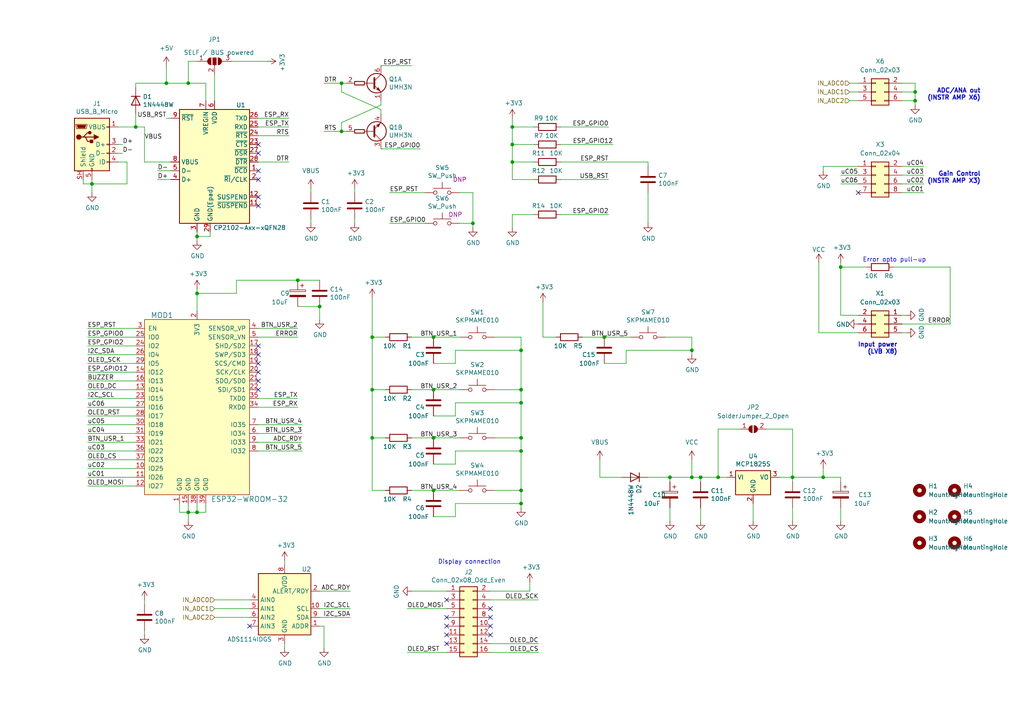
<source format=kicad_sch>
(kicad_sch (version 20211123) (generator eeschema)

  (uuid 60ff6322-62e2-4602-9bc0-7a0f0a5ecfbf)

  (paper "A4")

  

  (junction (at 107.95 97.79) (diameter 0) (color 0 0 0 0)
    (uuid 01640fbc-df19-4731-8c7e-f0206df31cb5)
  )
  (junction (at 86.36 81.28) (diameter 0) (color 0 0 0 0)
    (uuid 03e6a5ac-b562-4a91-acb3-f470adbe1f76)
  )
  (junction (at 175.26 97.79) (diameter 0) (color 0 0 0 0)
    (uuid 0b5e56c2-74b4-4f3b-971b-581bae97c652)
  )
  (junction (at 39.37 36.83) (diameter 0) (color 0 0 0 0)
    (uuid 12a24e86-2c38-4685-bba9-fff8dddb4cb0)
  )
  (junction (at 99.06 38.1) (diameter 0) (color 0 0 0 0)
    (uuid 180245d9-4a3f-4d1b-adcc-b4eafac722e0)
  )
  (junction (at 125.73 113.03) (diameter 0) (color 0 0 0 0)
    (uuid 1bfb1b1a-6079-412b-80ea-f4cc3a263d6f)
  )
  (junction (at 137.16 64.77) (diameter 0) (color 0 0 0 0)
    (uuid 1dfbf353-5b24-4c0f-8322-8fcd514ae75e)
  )
  (junction (at 26.67 53.34) (diameter 0) (color 0 0 0 0)
    (uuid 1f9ae101-c652-4998-a503-17aedf3d5746)
  )
  (junction (at 57.15 68.58) (diameter 0) (color 0 0 0 0)
    (uuid 36d783e7-096f-4c97-9672-7e08c083b87b)
  )
  (junction (at 99.06 24.13) (diameter 0) (color 0 0 0 0)
    (uuid 3c5e5ea9-793d-46e3-86bc-5884c4490dc7)
  )
  (junction (at 151.13 146.05) (diameter 0) (color 0 0 0 0)
    (uuid 3dc7c427-e5f7-45b6-9b78-d44441cb2cd4)
  )
  (junction (at 148.59 46.99) (diameter 0) (color 0 0 0 0)
    (uuid 4a54c707-7b6f-4a3d-a74d-5e3526114aba)
  )
  (junction (at 125.73 97.79) (diameter 0) (color 0 0 0 0)
    (uuid 4f294d48-de66-45bd-83d1-a4f60fb2a0c2)
  )
  (junction (at 243.84 77.47) (diameter 0) (color 0 0 0 0)
    (uuid 4f96ebad-bce0-4a4d-9c4a-24f31509b0a4)
  )
  (junction (at 107.95 113.03) (diameter 0) (color 0 0 0 0)
    (uuid 5274bd4d-b3a6-421d-b926-4c46f9470e2f)
  )
  (junction (at 265.43 29.21) (diameter 0) (color 0 0 0 0)
    (uuid 57a45468-d89a-4506-b762-61fd99bfb05c)
  )
  (junction (at 125.73 127) (diameter 0) (color 0 0 0 0)
    (uuid 58909626-c411-403a-969d-1d8865c1219c)
  )
  (junction (at 148.59 41.91) (diameter 0) (color 0 0 0 0)
    (uuid 60b393ef-b4cd-4d0d-b218-8e186321dab6)
  )
  (junction (at 265.43 26.67) (diameter 0) (color 0 0 0 0)
    (uuid 623ddf93-5f5b-4d87-b692-9d3c59a92ff1)
  )
  (junction (at 54.61 24.13) (diameter 0) (color 0 0 0 0)
    (uuid 6298b17d-1371-40b7-97c8-a4a373d6325e)
  )
  (junction (at 48.26 24.13) (diameter 0) (color 0 0 0 0)
    (uuid 65aae062-ae36-490f-a192-f1322d76f739)
  )
  (junction (at 151.13 113.03) (diameter 0) (color 0 0 0 0)
    (uuid 68fdfae5-8943-4710-ad7d-348d2fdf7b79)
  )
  (junction (at 107.95 127) (diameter 0) (color 0 0 0 0)
    (uuid 7a8aa5f5-7463-41b0-8bf9-cafa61bf226c)
  )
  (junction (at 238.76 138.43) (diameter 0) (color 0 0 0 0)
    (uuid 7bea05d4-1dec-4cd6-aa53-302dde803254)
  )
  (junction (at 151.13 101.6) (diameter 0) (color 0 0 0 0)
    (uuid 7d7abbf0-e990-409b-a27f-6da5185b3886)
  )
  (junction (at 151.13 130.81) (diameter 0) (color 0 0 0 0)
    (uuid 81da9909-9778-4de7-b343-175c9db4675d)
  )
  (junction (at 148.59 36.83) (diameter 0) (color 0 0 0 0)
    (uuid 869d6302-ae22-478f-9723-3feacbb12eef)
  )
  (junction (at 54.61 148.59) (diameter 0) (color 0 0 0 0)
    (uuid 8bdea5f6-7a53-427a-92b8-fd15994c2e8c)
  )
  (junction (at 125.73 142.24) (diameter 0) (color 0 0 0 0)
    (uuid 90e35cda-49cc-4322-a075-051479032de3)
  )
  (junction (at 151.13 127) (diameter 0) (color 0 0 0 0)
    (uuid 9cb4e056-3d41-4e5d-a5e3-7ea72564f03b)
  )
  (junction (at 200.66 101.6) (diameter 0) (color 0 0 0 0)
    (uuid 9ec0be17-3571-4cfd-83ca-c505602c3be6)
  )
  (junction (at 57.15 85.09) (diameter 0) (color 0 0 0 0)
    (uuid a5aedd37-46af-48af-8ae8-3785e245cc6e)
  )
  (junction (at 151.13 116.84) (diameter 0) (color 0 0 0 0)
    (uuid afa5d714-96d9-47f9-8d38-c592a7b78168)
  )
  (junction (at 151.13 142.24) (diameter 0) (color 0 0 0 0)
    (uuid b4e922d5-e9ae-4b96-b5bc-025ca63987dd)
  )
  (junction (at 208.28 138.43) (diameter 0) (color 0 0 0 0)
    (uuid cf67ad6b-2843-4560-a4b0-c0ac7899d00d)
  )
  (junction (at 229.87 138.43) (diameter 0) (color 0 0 0 0)
    (uuid de370984-7922-4327-a0ba-7cd613995df4)
  )
  (junction (at 203.2 138.43) (diameter 0) (color 0 0 0 0)
    (uuid e79c8e11-ed47-4701-ae80-a54cdb6682a5)
  )
  (junction (at 92.71 88.9) (diameter 0) (color 0 0 0 0)
    (uuid e94cdb40-163d-405e-b329-171a71a3c93d)
  )
  (junction (at 200.66 138.43) (diameter 0) (color 0 0 0 0)
    (uuid f4a1ab68-998b-43e3-aa33-40b58210bc99)
  )
  (junction (at 194.31 138.43) (diameter 0) (color 0 0 0 0)
    (uuid f860f099-9d99-4520-ab63-9dad6f34c107)
  )
  (junction (at 57.15 148.59) (diameter 0) (color 0 0 0 0)
    (uuid fa00d3f4-bb71-4b1d-aa40-ae9267e2c41f)
  )

  (no_connect (at 74.93 105.41) (uuid 083becc8-e25d-4206-9636-55457650bbe3))
  (no_connect (at 74.93 110.49) (uuid 10b74ec8-a945-4dff-9e89-049e2aee7861))
  (no_connect (at 74.93 41.91) (uuid 18c61c95-8af1-4986-b67e-c7af9c15ab6b))
  (no_connect (at 142.24 179.07) (uuid 275b6416-db29-42cc-9307-bf426917c3b4))
  (no_connect (at 129.54 184.15) (uuid 29cbb0bc-f66b-4d11-80e7-5bb270e42496))
  (no_connect (at 142.24 176.53) (uuid 3c22d605-7855-4cc6-8ad2-906cadbd02dc))
  (no_connect (at 74.93 100.33) (uuid 3e3d55c8-e0ea-48fb-8421-a84b7cb7055b))
  (no_connect (at 74.93 44.45) (uuid 4e27930e-1827-4788-aa6b-487321d46602))
  (no_connect (at 74.93 59.69) (uuid 593b8647-0095-46cc-ba23-3cf2a86edb5e))
  (no_connect (at 74.93 57.15) (uuid 60aa0ce8-9d0e-48ca-bbf9-866403979e9b))
  (no_connect (at 74.93 102.87) (uuid 725cdf26-4b92-46db-bca9-10d930002dda))
  (no_connect (at 74.93 113.03) (uuid 79451892-db6b-4999-916d-6392174ee493))
  (no_connect (at 74.93 107.95) (uuid 7acd513a-187b-4936-9f93-2e521ce33ad5))
  (no_connect (at 74.93 49.53) (uuid 8cd050d6-228c-4da0-9533-b4f8d14cfb34))
  (no_connect (at 248.92 55.88) (uuid 8d066af3-56c2-49f2-80c2-5735fd07a0b4))
  (no_connect (at 142.24 181.61) (uuid 91fc5800-6029-46b1-848d-ca0091f97267))
  (no_connect (at 72.39 181.61) (uuid ac22db93-e727-4c57-90ff-022e6d7ff7f5))
  (no_connect (at 142.24 184.15) (uuid bb8162f0-99c8-4884-be5b-c0d0c7e81ff6))
  (no_connect (at 74.93 52.07) (uuid bde95c06-433a-4c03-bc48-e3abcdb4e054))
  (no_connect (at 129.54 179.07) (uuid c2dd13db-24b6-40f1-b75b-b9ab893d92ea))
  (no_connect (at 129.54 186.69) (uuid c401e9c6-1deb-4979-99be-7c801c952098))
  (no_connect (at 129.54 181.61) (uuid d1c19c11-0a13-4237-b6b4-fb2ef1db7c6d))
  (no_connect (at 129.54 173.99) (uuid df83f395-2d18-47e2-a370-952ca41c2b3a))

  (wire (pts (xy 261.62 48.26) (xy 267.97 48.26))
    (stroke (width 0) (type default) (color 0 0 0 0))
    (uuid 015af63e-dc2b-46b1-a32d-c2e3b8f44317)
  )
  (wire (pts (xy 229.87 147.32) (xy 229.87 151.13))
    (stroke (width 0) (type default) (color 0 0 0 0))
    (uuid 015f5586-ba76-4a98-9114-f5cd2c67134d)
  )
  (wire (pts (xy 175.26 97.79) (xy 182.88 97.79))
    (stroke (width 0) (type default) (color 0 0 0 0))
    (uuid 01a662f7-6cc5-4954-978c-538e90239add)
  )
  (wire (pts (xy 54.61 24.13) (xy 59.69 24.13))
    (stroke (width 0) (type default) (color 0 0 0 0))
    (uuid 0499d173-b579-4ab8-bc73-ea8ea6c4c700)
  )
  (wire (pts (xy 68.58 81.28) (xy 86.36 81.28))
    (stroke (width 0) (type default) (color 0 0 0 0))
    (uuid 0904ac1a-aa6b-4164-8e23-8c17b0562eae)
  )
  (wire (pts (xy 57.15 68.58) (xy 57.15 67.31))
    (stroke (width 0) (type default) (color 0 0 0 0))
    (uuid 0a1a4d88-972a-46ce-b25e-6cb796bd41f7)
  )
  (wire (pts (xy 25.4 105.41) (xy 39.37 105.41))
    (stroke (width 0) (type default) (color 0 0 0 0))
    (uuid 0b9f21ed-3d41-4f23-ae45-74117a5f3153)
  )
  (wire (pts (xy 208.28 138.43) (xy 203.2 138.43))
    (stroke (width 0) (type default) (color 0 0 0 0))
    (uuid 0c3c19de-317f-4c9d-8669-87659ab86d50)
  )
  (wire (pts (xy 107.95 113.03) (xy 107.95 127))
    (stroke (width 0) (type default) (color 0 0 0 0))
    (uuid 0dfb012a-26d7-4eba-ab1a-971bf4bc8671)
  )
  (wire (pts (xy 143.51 113.03) (xy 151.13 113.03))
    (stroke (width 0) (type default) (color 0 0 0 0))
    (uuid 10308f4d-322d-4ffc-af46-e623a283ea8b)
  )
  (wire (pts (xy 25.4 120.65) (xy 39.37 120.65))
    (stroke (width 0) (type default) (color 0 0 0 0))
    (uuid 10d8ad0e-6a08-4053-92aa-23a15910fd21)
  )
  (wire (pts (xy 243.84 91.44) (xy 243.84 77.47))
    (stroke (width 0) (type default) (color 0 0 0 0))
    (uuid 1180f33e-f224-4439-92e9-4a12a9c6cc68)
  )
  (wire (pts (xy 200.66 133.35) (xy 200.66 138.43))
    (stroke (width 0) (type default) (color 0 0 0 0))
    (uuid 12fa3c3f-3d14-451a-a6a8-884fd1b32fa7)
  )
  (wire (pts (xy 148.59 41.91) (xy 148.59 46.99))
    (stroke (width 0) (type default) (color 0 0 0 0))
    (uuid 15b0e923-529b-490e-8ba7-4f74a8e52c69)
  )
  (wire (pts (xy 125.73 127) (xy 133.35 127))
    (stroke (width 0) (type default) (color 0 0 0 0))
    (uuid 16442a35-06e5-486a-a1bf-a53e997d9a0f)
  )
  (wire (pts (xy 175.26 105.41) (xy 181.61 105.41))
    (stroke (width 0) (type default) (color 0 0 0 0))
    (uuid 1886a93c-7bc3-4c8a-8fef-a54a7a25cfa7)
  )
  (wire (pts (xy 62.23 176.53) (xy 72.39 176.53))
    (stroke (width 0) (type default) (color 0 0 0 0))
    (uuid 1a3896dc-e816-4c09-a57f-31e542bbd9ca)
  )
  (wire (pts (xy 200.66 102.87) (xy 200.66 101.6))
    (stroke (width 0) (type default) (color 0 0 0 0))
    (uuid 1aa35546-c260-44fd-916b-fbc941c9479d)
  )
  (wire (pts (xy 208.28 138.43) (xy 208.28 124.46))
    (stroke (width 0) (type default) (color 0 0 0 0))
    (uuid 1b46eca9-914d-4ab8-9907-770a340f6ce0)
  )
  (wire (pts (xy 54.61 148.59) (xy 57.15 148.59))
    (stroke (width 0) (type default) (color 0 0 0 0))
    (uuid 1cb22080-0f59-4c18-a6e6-8685ef44ec53)
  )
  (wire (pts (xy 86.36 81.28) (xy 92.71 81.28))
    (stroke (width 0) (type default) (color 0 0 0 0))
    (uuid 1e7c4b37-f0dc-41f5-ad4a-34c06ae31b03)
  )
  (wire (pts (xy 100.33 24.13) (xy 99.06 24.13))
    (stroke (width 0) (type default) (color 0 0 0 0))
    (uuid 1fbb0219-551e-409b-a61b-76e8cebdfb9d)
  )
  (wire (pts (xy 246.38 29.21) (xy 248.92 29.21))
    (stroke (width 0) (type default) (color 0 0 0 0))
    (uuid 209752d2-ab0a-457e-b8f1-e418116a1eea)
  )
  (wire (pts (xy 68.58 81.28) (xy 68.58 85.09))
    (stroke (width 0) (type default) (color 0 0 0 0))
    (uuid 22236bec-4a4c-474c-8e18-3b9a0d884f03)
  )
  (wire (pts (xy 39.37 135.89) (xy 25.4 135.89))
    (stroke (width 0) (type default) (color 0 0 0 0))
    (uuid 22962957-1efd-404d-83db-5b233b6c15b0)
  )
  (wire (pts (xy 200.66 101.6) (xy 200.66 97.79))
    (stroke (width 0) (type default) (color 0 0 0 0))
    (uuid 2303f0ca-d89c-4397-886c-f4a3ed8b2ac2)
  )
  (wire (pts (xy 48.26 19.05) (xy 48.26 24.13))
    (stroke (width 0) (type default) (color 0 0 0 0))
    (uuid 2534d572-cd6d-4164-8f18-e9949ba9b42d)
  )
  (wire (pts (xy 137.16 55.88) (xy 133.35 55.88))
    (stroke (width 0) (type default) (color 0 0 0 0))
    (uuid 269f19c3-6824-45a8-be29-fa58d70cbb42)
  )
  (wire (pts (xy 57.15 85.09) (xy 57.15 90.17))
    (stroke (width 0) (type default) (color 0 0 0 0))
    (uuid 27f4f09a-2e91-483d-9d43-b93c61785c52)
  )
  (wire (pts (xy 99.06 24.13) (xy 99.06 26.67))
    (stroke (width 0) (type default) (color 0 0 0 0))
    (uuid 28e37b45-f843-47c2-85c9-ca19f5430ece)
  )
  (wire (pts (xy 60.96 67.31) (xy 60.96 68.58))
    (stroke (width 0) (type default) (color 0 0 0 0))
    (uuid 29bb7297-26fb-4776-9266-2355d022bab0)
  )
  (wire (pts (xy 176.53 62.23) (xy 162.56 62.23))
    (stroke (width 0) (type default) (color 0 0 0 0))
    (uuid 2a1de22d-6451-488d-af77-0bf8841bd695)
  )
  (wire (pts (xy 92.71 88.9) (xy 92.71 92.71))
    (stroke (width 0) (type default) (color 0 0 0 0))
    (uuid 2a8c6d21-0f6f-4df3-b327-4e6eebb495be)
  )
  (wire (pts (xy 25.4 123.19) (xy 39.37 123.19))
    (stroke (width 0) (type default) (color 0 0 0 0))
    (uuid 2cd5e95a-c3e2-4861-8cfc-23bebd747c31)
  )
  (wire (pts (xy 25.4 102.87) (xy 39.37 102.87))
    (stroke (width 0) (type default) (color 0 0 0 0))
    (uuid 2ea8fa6f-efc3-40fe-bcf9-05bfa46ead4f)
  )
  (wire (pts (xy 194.31 147.32) (xy 194.31 151.13))
    (stroke (width 0) (type default) (color 0 0 0 0))
    (uuid 2f424da3-8fae-4941-bc6d-20044787372f)
  )
  (wire (pts (xy 265.43 26.67) (xy 265.43 29.21))
    (stroke (width 0) (type default) (color 0 0 0 0))
    (uuid 2fb2622f-7997-48d2-bce0-8286d8a31d77)
  )
  (wire (pts (xy 119.38 97.79) (xy 125.73 97.79))
    (stroke (width 0) (type default) (color 0 0 0 0))
    (uuid 2fe7c4aa-33bd-46c6-a02e-20bf7cb6875a)
  )
  (wire (pts (xy 62.23 21.59) (xy 62.23 29.21))
    (stroke (width 0) (type default) (color 0 0 0 0))
    (uuid 312cbb32-9571-49f3-9535-4901ee64b620)
  )
  (wire (pts (xy 82.55 186.69) (xy 82.55 187.96))
    (stroke (width 0) (type default) (color 0 0 0 0))
    (uuid 347562f5-b152-4e7b-8a69-40ca6daaaad4)
  )
  (wire (pts (xy 118.11 189.23) (xy 129.54 189.23))
    (stroke (width 0) (type default) (color 0 0 0 0))
    (uuid 355ced6c-c08a-4586-9a09-7a9c624536f6)
  )
  (wire (pts (xy 25.4 107.95) (xy 39.37 107.95))
    (stroke (width 0) (type default) (color 0 0 0 0))
    (uuid 35c6497a-18b9-491f-b131-e4297d8f96ca)
  )
  (wire (pts (xy 243.84 53.34) (xy 248.92 53.34))
    (stroke (width 0) (type default) (color 0 0 0 0))
    (uuid 35cc0305-9260-4d36-af70-8d262cfa0dc2)
  )
  (wire (pts (xy 34.29 46.99) (xy 36.83 46.99))
    (stroke (width 0) (type default) (color 0 0 0 0))
    (uuid 35ef9c4a-35f6-467b-a704-b1d9354880cf)
  )
  (wire (pts (xy 137.16 64.77) (xy 137.16 55.88))
    (stroke (width 0) (type default) (color 0 0 0 0))
    (uuid 38cfe839-c630-43d3-a9ec-6a89ba9e318a)
  )
  (wire (pts (xy 74.93 130.81) (xy 87.63 130.81))
    (stroke (width 0) (type default) (color 0 0 0 0))
    (uuid 3b05eff3-6c84-4618-90e0-0afab989aec9)
  )
  (wire (pts (xy 151.13 147.32) (xy 151.13 146.05))
    (stroke (width 0) (type default) (color 0 0 0 0))
    (uuid 3b753257-c6aa-48e2-8fbb-65e172254f49)
  )
  (wire (pts (xy 41.91 36.83) (xy 39.37 36.83))
    (stroke (width 0) (type default) (color 0 0 0 0))
    (uuid 3e0392c0-affc-4114-9de5-1f1cfe79418a)
  )
  (wire (pts (xy 118.11 176.53) (xy 129.54 176.53))
    (stroke (width 0) (type default) (color 0 0 0 0))
    (uuid 3ed2c840-383d-4cbd-bc3b-c4ea4c97b333)
  )
  (wire (pts (xy 151.13 146.05) (xy 151.13 142.24))
    (stroke (width 0) (type default) (color 0 0 0 0))
    (uuid 3ffe6a2d-e3b6-484a-acd4-401a37c287f6)
  )
  (wire (pts (xy 156.21 186.69) (xy 142.24 186.69))
    (stroke (width 0) (type default) (color 0 0 0 0))
    (uuid 4086cbd7-6ba7-4e63-8da9-17e60627ee17)
  )
  (wire (pts (xy 238.76 135.89) (xy 238.76 138.43))
    (stroke (width 0) (type default) (color 0 0 0 0))
    (uuid 42d3f9d6-2a47-41a8-b942-295fcb83bcd8)
  )
  (wire (pts (xy 162.56 46.99) (xy 187.96 46.99))
    (stroke (width 0) (type default) (color 0 0 0 0))
    (uuid 443bc73a-8dc0-4e2f-a292-a5eff00efa5b)
  )
  (wire (pts (xy 62.23 173.99) (xy 72.39 173.99))
    (stroke (width 0) (type default) (color 0 0 0 0))
    (uuid 4641c87c-bffa-41fe-ae77-be3a97a6f797)
  )
  (wire (pts (xy 243.84 151.13) (xy 243.84 147.32))
    (stroke (width 0) (type default) (color 0 0 0 0))
    (uuid 46cbe85d-ff47-428e-b187-4ebd50a66e0c)
  )
  (wire (pts (xy 25.4 118.11) (xy 39.37 118.11))
    (stroke (width 0) (type default) (color 0 0 0 0))
    (uuid 475ed8b3-90bf-48cd-bce5-d8f48b689541)
  )
  (wire (pts (xy 229.87 124.46) (xy 229.87 138.43))
    (stroke (width 0) (type default) (color 0 0 0 0))
    (uuid 4a282423-67e4-4c9c-bb82-beffae3a6f3f)
  )
  (wire (pts (xy 107.95 113.03) (xy 111.76 113.03))
    (stroke (width 0) (type default) (color 0 0 0 0))
    (uuid 4a4949c5-b952-4a5d-99cd-15958bb1c0a7)
  )
  (wire (pts (xy 148.59 52.07) (xy 148.59 46.99))
    (stroke (width 0) (type default) (color 0 0 0 0))
    (uuid 4b1fce17-dec7-457e-ba3b-a77604e77dc9)
  )
  (wire (pts (xy 113.03 64.77) (xy 123.19 64.77))
    (stroke (width 0) (type default) (color 0 0 0 0))
    (uuid 4cafb73d-1ad8-4d24-acf7-63d78095ae46)
  )
  (wire (pts (xy 35.56 44.45) (xy 34.29 44.45))
    (stroke (width 0) (type default) (color 0 0 0 0))
    (uuid 4d4fecdd-be4a-47e9-9085-2268d5852d8f)
  )
  (wire (pts (xy 238.76 49.53) (xy 238.76 48.26))
    (stroke (width 0) (type default) (color 0 0 0 0))
    (uuid 4e20d7ba-c629-4b03-a4fa-1c53eed54d3d)
  )
  (wire (pts (xy 125.73 97.79) (xy 133.35 97.79))
    (stroke (width 0) (type default) (color 0 0 0 0))
    (uuid 4ed0a268-7cdd-4a80-9883-cf3ce5a7ce6b)
  )
  (wire (pts (xy 162.56 41.91) (xy 177.8 41.91))
    (stroke (width 0) (type default) (color 0 0 0 0))
    (uuid 4f852024-4528-4c29-b48d-f8741aff91c1)
  )
  (wire (pts (xy 132.08 105.41) (xy 132.08 101.6))
    (stroke (width 0) (type default) (color 0 0 0 0))
    (uuid 4fe2da4e-964c-447f-8a3a-aa5d0297d9fe)
  )
  (wire (pts (xy 57.15 85.09) (xy 68.58 85.09))
    (stroke (width 0) (type default) (color 0 0 0 0))
    (uuid 4fe48c78-c334-4b58-8387-fec141661466)
  )
  (wire (pts (xy 218.44 146.05) (xy 218.44 151.13))
    (stroke (width 0) (type default) (color 0 0 0 0))
    (uuid 541721d1-074b-496e-a833-813044b3e8ca)
  )
  (wire (pts (xy 99.06 35.56) (xy 99.06 38.1))
    (stroke (width 0) (type default) (color 0 0 0 0))
    (uuid 54212c01-b363-47b8-a145-45c40df316f4)
  )
  (wire (pts (xy 137.16 66.04) (xy 137.16 64.77))
    (stroke (width 0) (type default) (color 0 0 0 0))
    (uuid 582622a2-fad4-4737-9a80-be9fffbba8ab)
  )
  (wire (pts (xy 133.35 64.77) (xy 137.16 64.77))
    (stroke (width 0) (type default) (color 0 0 0 0))
    (uuid 5889287d-b845-4684-b23e-663811b25d27)
  )
  (wire (pts (xy 74.93 95.25) (xy 86.36 95.25))
    (stroke (width 0) (type default) (color 0 0 0 0))
    (uuid 595be453-f7ae-43a4-98dc-9f4206218d14)
  )
  (wire (pts (xy 26.67 53.34) (xy 26.67 52.07))
    (stroke (width 0) (type default) (color 0 0 0 0))
    (uuid 5c30b9b4-3014-4f50-9329-27a539b67e01)
  )
  (wire (pts (xy 54.61 17.78) (xy 54.61 24.13))
    (stroke (width 0) (type default) (color 0 0 0 0))
    (uuid 5da50ad6-92c3-40ce-9ac7-6537cd607e43)
  )
  (wire (pts (xy 132.08 116.84) (xy 151.13 116.84))
    (stroke (width 0) (type default) (color 0 0 0 0))
    (uuid 5dd9331b-14fc-438b-bcc8-6318b45292c2)
  )
  (wire (pts (xy 25.4 138.43) (xy 39.37 138.43))
    (stroke (width 0) (type default) (color 0 0 0 0))
    (uuid 5f312b85-6822-40a3-b417-2df49696ca2d)
  )
  (wire (pts (xy 57.15 146.05) (xy 57.15 148.59))
    (stroke (width 0) (type default) (color 0 0 0 0))
    (uuid 5ff19d63-2cb4-438b-93c4-e66d37a05329)
  )
  (wire (pts (xy 57.15 148.59) (xy 59.69 148.59))
    (stroke (width 0) (type default) (color 0 0 0 0))
    (uuid 616287d9-a51f-498c-8b91-be46a0aa3a7f)
  )
  (wire (pts (xy 143.51 127) (xy 151.13 127))
    (stroke (width 0) (type default) (color 0 0 0 0))
    (uuid 62c54e83-debd-42e9-b6b0-aaa706a2ff13)
  )
  (wire (pts (xy 187.96 64.77) (xy 187.96 55.88))
    (stroke (width 0) (type default) (color 0 0 0 0))
    (uuid 633292d3-80c5-4986-be82-ce926e9f09f4)
  )
  (wire (pts (xy 59.69 148.59) (xy 59.69 146.05))
    (stroke (width 0) (type default) (color 0 0 0 0))
    (uuid 637f12be-fa48-4ce4-96b2-04c21a8795c8)
  )
  (wire (pts (xy 153.67 171.45) (xy 142.24 171.45))
    (stroke (width 0) (type default) (color 0 0 0 0))
    (uuid 63caf46e-0228-40de-b819-c6bd29dd1711)
  )
  (wire (pts (xy 39.37 33.02) (xy 39.37 36.83))
    (stroke (width 0) (type default) (color 0 0 0 0))
    (uuid 6513181c-0a6a-4560-9a18-17450c36ae2a)
  )
  (wire (pts (xy 151.13 101.6) (xy 151.13 113.03))
    (stroke (width 0) (type default) (color 0 0 0 0))
    (uuid 65388e2e-32ea-41d7-98a2-35744b85e784)
  )
  (wire (pts (xy 151.13 97.79) (xy 143.51 97.79))
    (stroke (width 0) (type default) (color 0 0 0 0))
    (uuid 673897c0-277a-4fdb-9be1-18d140fcfb9c)
  )
  (wire (pts (xy 246.38 24.13) (xy 248.92 24.13))
    (stroke (width 0) (type default) (color 0 0 0 0))
    (uuid 67a63d8e-5e42-4c12-826d-9f0cd0cfb517)
  )
  (wire (pts (xy 243.84 77.47) (xy 243.84 76.2))
    (stroke (width 0) (type default) (color 0 0 0 0))
    (uuid 6898ce2c-c7d0-4991-80fd-1bc9797ec472)
  )
  (wire (pts (xy 125.73 134.62) (xy 132.08 134.62))
    (stroke (width 0) (type default) (color 0 0 0 0))
    (uuid 6899b026-3b64-4037-bed1-640f04ac41d7)
  )
  (wire (pts (xy 148.59 34.29) (xy 148.59 36.83))
    (stroke (width 0) (type default) (color 0 0 0 0))
    (uuid 691af561-538d-4e8f-a916-26cad45eb7d6)
  )
  (wire (pts (xy 176.53 52.07) (xy 162.56 52.07))
    (stroke (width 0) (type default) (color 0 0 0 0))
    (uuid 6ac3ab53-7523-4805-bfd2-5de19dff127e)
  )
  (wire (pts (xy 151.13 130.81) (xy 151.13 142.24))
    (stroke (width 0) (type default) (color 0 0 0 0))
    (uuid 6d4ab6f9-b483-459e-b7b7-7b2e8fa44480)
  )
  (wire (pts (xy 39.37 97.79) (xy 25.4 97.79))
    (stroke (width 0) (type default) (color 0 0 0 0))
    (uuid 6f580eb1-88cc-489d-a7ca-9efa5e590715)
  )
  (wire (pts (xy 125.73 120.65) (xy 132.08 120.65))
    (stroke (width 0) (type default) (color 0 0 0 0))
    (uuid 6f81f3f4-fc1e-4be8-92d7-32713d46998c)
  )
  (wire (pts (xy 54.61 148.59) (xy 54.61 151.13))
    (stroke (width 0) (type default) (color 0 0 0 0))
    (uuid 701e1517-e8cf-46f4-b538-98e721c97380)
  )
  (wire (pts (xy 92.71 181.61) (xy 93.98 181.61))
    (stroke (width 0) (type default) (color 0 0 0 0))
    (uuid 70d34adf-9bd8-469e-8c77-5c0d7adf511e)
  )
  (wire (pts (xy 49.53 52.07) (xy 45.72 52.07))
    (stroke (width 0) (type default) (color 0 0 0 0))
    (uuid 71c6e723-673c-45a9-a0e4-9742220c52a3)
  )
  (wire (pts (xy 119.38 171.45) (xy 129.54 171.45))
    (stroke (width 0) (type default) (color 0 0 0 0))
    (uuid 7233cb6b-d8fd-4fcd-9b4f-8b0ed19b1b12)
  )
  (wire (pts (xy 41.91 184.15) (xy 41.91 182.88))
    (stroke (width 0) (type default) (color 0 0 0 0))
    (uuid 73fbe87f-3928-49c2-bf87-839d907c6aef)
  )
  (wire (pts (xy 261.62 93.98) (xy 275.59 93.98))
    (stroke (width 0) (type default) (color 0 0 0 0))
    (uuid 747a6a4c-4641-4b0c-9c0e-f5fe21c8d40b)
  )
  (wire (pts (xy 237.49 76.2) (xy 237.49 96.52))
    (stroke (width 0) (type default) (color 0 0 0 0))
    (uuid 74bb6dcf-0765-4cd7-be56-d63c5caf22b6)
  )
  (wire (pts (xy 86.36 118.11) (xy 74.93 118.11))
    (stroke (width 0) (type default) (color 0 0 0 0))
    (uuid 76afa8e0-9b3a-439d-843c-ad039d3b6354)
  )
  (wire (pts (xy 261.62 26.67) (xy 265.43 26.67))
    (stroke (width 0) (type default) (color 0 0 0 0))
    (uuid 7947669e-e6d9-4eaf-9183-091953df0626)
  )
  (wire (pts (xy 48.26 24.13) (xy 54.61 24.13))
    (stroke (width 0) (type default) (color 0 0 0 0))
    (uuid 7a4c9148-cc21-409c-a0e4-84d9c4ff88c0)
  )
  (wire (pts (xy 83.82 34.29) (xy 74.93 34.29))
    (stroke (width 0) (type default) (color 0 0 0 0))
    (uuid 7a74c4b1-6243-4a12-85a2-bc41d346e7aa)
  )
  (wire (pts (xy 25.4 110.49) (xy 39.37 110.49))
    (stroke (width 0) (type default) (color 0 0 0 0))
    (uuid 7b766787-7689-40b8-9ef5-c0b1af45a9ae)
  )
  (wire (pts (xy 110.49 29.21) (xy 110.49 30.48))
    (stroke (width 0) (type default) (color 0 0 0 0))
    (uuid 7bfba61b-6752-4a45-9ee6-5984dcb15041)
  )
  (wire (pts (xy 25.4 130.81) (xy 39.37 130.81))
    (stroke (width 0) (type default) (color 0 0 0 0))
    (uuid 7c3789d2-16d5-44bc-866d-b664353827d4)
  )
  (wire (pts (xy 148.59 36.83) (xy 154.94 36.83))
    (stroke (width 0) (type default) (color 0 0 0 0))
    (uuid 7ce7415d-7c22-49f6-8215-488853ccc8c6)
  )
  (wire (pts (xy 83.82 39.37) (xy 74.93 39.37))
    (stroke (width 0) (type default) (color 0 0 0 0))
    (uuid 7d76d925-f900-42af-a03f-bb32d2381b09)
  )
  (wire (pts (xy 132.08 120.65) (xy 132.08 116.84))
    (stroke (width 0) (type default) (color 0 0 0 0))
    (uuid 7efd7141-906b-4fe6-aaef-96cb49e701cc)
  )
  (wire (pts (xy 92.71 176.53) (xy 101.6 176.53))
    (stroke (width 0) (type default) (color 0 0 0 0))
    (uuid 7f9683c1-2203-43df-8fa1-719a0dc360df)
  )
  (wire (pts (xy 35.56 41.91) (xy 34.29 41.91))
    (stroke (width 0) (type default) (color 0 0 0 0))
    (uuid 8458d41c-5d62-455d-b6e1-9f718c0faac9)
  )
  (wire (pts (xy 151.13 116.84) (xy 151.13 127))
    (stroke (width 0) (type default) (color 0 0 0 0))
    (uuid 859bdde2-aade-4f27-b25e-30e0efbe49ff)
  )
  (wire (pts (xy 99.06 26.67) (xy 110.49 31.75))
    (stroke (width 0) (type default) (color 0 0 0 0))
    (uuid 88610282-a92d-4c3d-917a-ea95d59e0759)
  )
  (wire (pts (xy 24.13 52.07) (xy 24.13 53.34))
    (stroke (width 0) (type default) (color 0 0 0 0))
    (uuid 88cb65f4-7e9e-44eb-8692-3b6e2e788a94)
  )
  (wire (pts (xy 107.95 86.36) (xy 107.95 97.79))
    (stroke (width 0) (type default) (color 0 0 0 0))
    (uuid 88f27ee3-c89c-40d1-b8eb-c5f74feeffa4)
  )
  (wire (pts (xy 265.43 30.48) (xy 265.43 29.21))
    (stroke (width 0) (type default) (color 0 0 0 0))
    (uuid 8aad3d29-2740-4fa0-b6af-1a1329d465f6)
  )
  (wire (pts (xy 153.67 168.91) (xy 153.67 171.45))
    (stroke (width 0) (type default) (color 0 0 0 0))
    (uuid 8aff0f38-92a8-45ec-b106-b185e93ca3fd)
  )
  (wire (pts (xy 57.15 83.82) (xy 57.15 85.09))
    (stroke (width 0) (type default) (color 0 0 0 0))
    (uuid 8b7bbefd-8f78-41f8-809c-2534a5de3b39)
  )
  (wire (pts (xy 107.95 97.79) (xy 107.95 113.03))
    (stroke (width 0) (type default) (color 0 0 0 0))
    (uuid 8dae6da0-3ed8-49b1-b05d-de10f136f162)
  )
  (wire (pts (xy 168.91 97.79) (xy 175.26 97.79))
    (stroke (width 0) (type default) (color 0 0 0 0))
    (uuid 901aa07d-6cfe-4a24-bca8-c21fbb117c43)
  )
  (wire (pts (xy 208.28 124.46) (xy 214.63 124.46))
    (stroke (width 0) (type default) (color 0 0 0 0))
    (uuid 90dcfc21-661d-439d-81db-27321b54f9e7)
  )
  (wire (pts (xy 119.38 19.05) (xy 110.49 19.05))
    (stroke (width 0) (type default) (color 0 0 0 0))
    (uuid 92035a88-6c95-4a61-bd8a-cb8dd9e5018a)
  )
  (wire (pts (xy 261.62 29.21) (xy 265.43 29.21))
    (stroke (width 0) (type default) (color 0 0 0 0))
    (uuid 92cbddca-47cc-432e-84d9-921c2a617f95)
  )
  (wire (pts (xy 86.36 115.57) (xy 74.93 115.57))
    (stroke (width 0) (type default) (color 0 0 0 0))
    (uuid 946404ba-9297-43ec-9d67-30184041145f)
  )
  (wire (pts (xy 25.4 115.57) (xy 39.37 115.57))
    (stroke (width 0) (type default) (color 0 0 0 0))
    (uuid 9529c01f-e1cd-40be-b7f0-83780a544249)
  )
  (wire (pts (xy 102.87 54.61) (xy 102.87 55.88))
    (stroke (width 0) (type default) (color 0 0 0 0))
    (uuid 955cc99e-a129-42cf-abc7-aa99813fdb5f)
  )
  (wire (pts (xy 74.93 97.79) (xy 86.36 97.79))
    (stroke (width 0) (type default) (color 0 0 0 0))
    (uuid 967fc0bc-597e-401a-8ec4-8208a7728694)
  )
  (wire (pts (xy 132.08 134.62) (xy 132.08 130.81))
    (stroke (width 0) (type default) (color 0 0 0 0))
    (uuid 96adee0c-9b19-4da3-8aa4-1495eac0131b)
  )
  (wire (pts (xy 173.99 138.43) (xy 180.34 138.43))
    (stroke (width 0) (type default) (color 0 0 0 0))
    (uuid 97172127-7e15-499b-97b2-78a6d593816a)
  )
  (wire (pts (xy 238.76 48.26) (xy 248.92 48.26))
    (stroke (width 0) (type default) (color 0 0 0 0))
    (uuid 973193ec-8f37-49e2-8624-764e3d728c0c)
  )
  (wire (pts (xy 125.73 149.86) (xy 132.08 149.86))
    (stroke (width 0) (type default) (color 0 0 0 0))
    (uuid 973e2a42-89e8-4f6b-8a85-136ec32ee787)
  )
  (wire (pts (xy 54.61 17.78) (xy 57.15 17.78))
    (stroke (width 0) (type default) (color 0 0 0 0))
    (uuid 9782ef92-ead2-4e46-b14d-da048e48b7dd)
  )
  (wire (pts (xy 110.49 31.75) (xy 110.49 33.02))
    (stroke (width 0) (type default) (color 0 0 0 0))
    (uuid 98914cc3-56fe-40bb-820a-3d157225c145)
  )
  (wire (pts (xy 87.63 128.27) (xy 74.93 128.27))
    (stroke (width 0) (type default) (color 0 0 0 0))
    (uuid 99186658-0361-40ba-ae93-62f23c5622e6)
  )
  (wire (pts (xy 100.33 38.1) (xy 99.06 38.1))
    (stroke (width 0) (type default) (color 0 0 0 0))
    (uuid 99332785-d9f1-4363-9377-26ddc18e6d2c)
  )
  (wire (pts (xy 110.49 30.48) (xy 99.06 35.56))
    (stroke (width 0) (type default) (color 0 0 0 0))
    (uuid 99dfa524-0366-4808-b4e8-328fc38e8656)
  )
  (wire (pts (xy 210.82 138.43) (xy 208.28 138.43))
    (stroke (width 0) (type default) (color 0 0 0 0))
    (uuid 9db16341-dac0-4aab-9c62-7d88c111c1ce)
  )
  (wire (pts (xy 99.06 24.13) (xy 93.98 24.13))
    (stroke (width 0) (type default) (color 0 0 0 0))
    (uuid 9dcdc92b-2219-4a4a-8954-45f02cc3ab25)
  )
  (wire (pts (xy 193.04 97.79) (xy 200.66 97.79))
    (stroke (width 0) (type default) (color 0 0 0 0))
    (uuid a078bdaf-7ad4-4663-aaa6-7ef9460f6c57)
  )
  (wire (pts (xy 143.51 142.24) (xy 151.13 142.24))
    (stroke (width 0) (type default) (color 0 0 0 0))
    (uuid a44cdec3-db25-4afd-a8ae-a736db47a9ab)
  )
  (wire (pts (xy 238.76 138.43) (xy 243.84 138.43))
    (stroke (width 0) (type default) (color 0 0 0 0))
    (uuid a5362821-c161-4c7a-a00c-40e1d7472d56)
  )
  (wire (pts (xy 54.61 146.05) (xy 54.61 148.59))
    (stroke (width 0) (type default) (color 0 0 0 0))
    (uuid a599509f-fbb9-4db4-9adf-9e96bab1138d)
  )
  (wire (pts (xy 82.55 162.56) (xy 82.55 163.83))
    (stroke (width 0) (type default) (color 0 0 0 0))
    (uuid a64aeb89-c24a-493b-9aab-87a6be930bde)
  )
  (wire (pts (xy 39.37 100.33) (xy 25.4 100.33))
    (stroke (width 0) (type default) (color 0 0 0 0))
    (uuid a76a574b-1cac-43eb-81e6-0e2e278cea39)
  )
  (wire (pts (xy 86.36 88.9) (xy 92.71 88.9))
    (stroke (width 0) (type default) (color 0 0 0 0))
    (uuid a7b5511b-61ec-459a-8110-aca80e1a7bae)
  )
  (wire (pts (xy 36.83 53.34) (xy 26.67 53.34))
    (stroke (width 0) (type default) (color 0 0 0 0))
    (uuid a7f25f41-0b4c-4430-b6cd-b2160b2db099)
  )
  (wire (pts (xy 156.21 173.99) (xy 142.24 173.99))
    (stroke (width 0) (type default) (color 0 0 0 0))
    (uuid a7fc0812-140f-4d96-9cd8-ead8c1c610b1)
  )
  (wire (pts (xy 25.4 128.27) (xy 39.37 128.27))
    (stroke (width 0) (type default) (color 0 0 0 0))
    (uuid a8895680-35f2-4d63-8411-7d3e53eea38c)
  )
  (wire (pts (xy 125.73 142.24) (xy 133.35 142.24))
    (stroke (width 0) (type default) (color 0 0 0 0))
    (uuid a92b273a-9d1e-4ec1-9b4f-75f4223ef71c)
  )
  (wire (pts (xy 265.43 24.13) (xy 265.43 26.67))
    (stroke (width 0) (type default) (color 0 0 0 0))
    (uuid a944dde1-5849-43af-a58d-2a525b71820d)
  )
  (wire (pts (xy 203.2 138.43) (xy 200.66 138.43))
    (stroke (width 0) (type default) (color 0 0 0 0))
    (uuid aa047297-22f8-4de0-a969-0b3451b8e164)
  )
  (wire (pts (xy 48.26 34.29) (xy 49.53 34.29))
    (stroke (width 0) (type default) (color 0 0 0 0))
    (uuid aa1c6f47-cbd4-4cbd-8265-e5ac08b7ffc8)
  )
  (wire (pts (xy 203.2 139.7) (xy 203.2 138.43))
    (stroke (width 0) (type default) (color 0 0 0 0))
    (uuid ab8b0540-9c9f-4195-88f5-7bed0b0a8ed6)
  )
  (wire (pts (xy 119.38 127) (xy 125.73 127))
    (stroke (width 0) (type default) (color 0 0 0 0))
    (uuid abfb1de5-d0bd-428b-bcb8-a663cdb38afb)
  )
  (wire (pts (xy 39.37 24.13) (xy 48.26 24.13))
    (stroke (width 0) (type default) (color 0 0 0 0))
    (uuid acaad4a6-4f4b-4a31-b3ca-fed41c2487fa)
  )
  (wire (pts (xy 25.4 133.35) (xy 39.37 133.35))
    (stroke (width 0) (type default) (color 0 0 0 0))
    (uuid af186015-d283-4209-aade-a247e5de01df)
  )
  (wire (pts (xy 119.38 113.03) (xy 125.73 113.03))
    (stroke (width 0) (type default) (color 0 0 0 0))
    (uuid af5e760d-76de-426f-819c-4955a7241bd1)
  )
  (wire (pts (xy 229.87 138.43) (xy 238.76 138.43))
    (stroke (width 0) (type default) (color 0 0 0 0))
    (uuid b0b4c3cb-e7ea-49c0-8162-be3bbab3e4ec)
  )
  (wire (pts (xy 39.37 95.25) (xy 25.4 95.25))
    (stroke (width 0) (type default) (color 0 0 0 0))
    (uuid b13e8448-bf35-4ec0-9c70-3f2250718cc2)
  )
  (wire (pts (xy 173.99 133.35) (xy 173.99 138.43))
    (stroke (width 0) (type default) (color 0 0 0 0))
    (uuid b232f379-384e-4167-8fd6-c34d72caa954)
  )
  (wire (pts (xy 90.17 54.61) (xy 90.17 55.88))
    (stroke (width 0) (type default) (color 0 0 0 0))
    (uuid b284f609-dc7e-49cd-a56e-df0cd19c4a61)
  )
  (wire (pts (xy 222.25 124.46) (xy 229.87 124.46))
    (stroke (width 0) (type default) (color 0 0 0 0))
    (uuid b3633bd2-7f7b-4d1c-809b-149755a83f26)
  )
  (wire (pts (xy 41.91 36.83) (xy 41.91 46.99))
    (stroke (width 0) (type default) (color 0 0 0 0))
    (uuid b4833916-7a3e-4498-86fb-ec6d13262ffe)
  )
  (wire (pts (xy 261.62 96.52) (xy 262.89 96.52))
    (stroke (width 0) (type default) (color 0 0 0 0))
    (uuid b5ca430a-e13d-4d7d-be71-0ff638b3b46d)
  )
  (wire (pts (xy 243.84 138.43) (xy 243.84 139.7))
    (stroke (width 0) (type default) (color 0 0 0 0))
    (uuid b794d099-f823-4d35-9755-ca1c45247ee9)
  )
  (wire (pts (xy 194.31 138.43) (xy 194.31 139.7))
    (stroke (width 0) (type default) (color 0 0 0 0))
    (uuid b7d06af4-a5b1-447f-9b1a-8b44eb1cc204)
  )
  (wire (pts (xy 36.83 46.99) (xy 36.83 53.34))
    (stroke (width 0) (type default) (color 0 0 0 0))
    (uuid b8b961e9-8a60-45fc-999a-a7a3baff4e0d)
  )
  (wire (pts (xy 261.62 24.13) (xy 265.43 24.13))
    (stroke (width 0) (type default) (color 0 0 0 0))
    (uuid b91905c5-76c0-4802-a010-f5ab067fe0cc)
  )
  (wire (pts (xy 39.37 140.97) (xy 25.4 140.97))
    (stroke (width 0) (type default) (color 0 0 0 0))
    (uuid bd085057-7c0e-463a-982b-968a2dc1f0f8)
  )
  (wire (pts (xy 275.59 77.47) (xy 259.08 77.47))
    (stroke (width 0) (type default) (color 0 0 0 0))
    (uuid bd19905a-c686-45c9-a5c3-1a26b1b34b21)
  )
  (wire (pts (xy 25.4 125.73) (xy 39.37 125.73))
    (stroke (width 0) (type default) (color 0 0 0 0))
    (uuid bd2d50c7-611d-4b1c-b23d-4699a6fd4f08)
  )
  (wire (pts (xy 132.08 101.6) (xy 151.13 101.6))
    (stroke (width 0) (type default) (color 0 0 0 0))
    (uuid bda69d40-0583-4572-8bf6-8d3c9ce5fd61)
  )
  (wire (pts (xy 181.61 105.41) (xy 181.61 101.6))
    (stroke (width 0) (type default) (color 0 0 0 0))
    (uuid be0ad481-40c5-4e96-a8af-132bf1c3b0d5)
  )
  (wire (pts (xy 123.19 55.88) (xy 113.03 55.88))
    (stroke (width 0) (type default) (color 0 0 0 0))
    (uuid be4b72db-0e02-4d9b-844a-aff689b4e648)
  )
  (wire (pts (xy 237.49 96.52) (xy 248.92 96.52))
    (stroke (width 0) (type default) (color 0 0 0 0))
    (uuid be6f45f2-86cd-4b1f-8b4c-b653d38b7886)
  )
  (wire (pts (xy 148.59 36.83) (xy 148.59 41.91))
    (stroke (width 0) (type default) (color 0 0 0 0))
    (uuid c1bac86f-cbf6-4c5b-b60d-c26fa73d9c09)
  )
  (wire (pts (xy 261.62 53.34) (xy 267.97 53.34))
    (stroke (width 0) (type default) (color 0 0 0 0))
    (uuid c71e3f9a-34b4-468b-aa9d-043c2a044b2b)
  )
  (wire (pts (xy 121.92 43.18) (xy 110.49 43.18))
    (stroke (width 0) (type default) (color 0 0 0 0))
    (uuid c8b6b273-3d20-4a46-8069-f6d608563604)
  )
  (wire (pts (xy 181.61 101.6) (xy 200.66 101.6))
    (stroke (width 0) (type default) (color 0 0 0 0))
    (uuid c8e61f9d-88c3-473c-b8d0-563725f7ae15)
  )
  (wire (pts (xy 275.59 93.98) (xy 275.59 77.47))
    (stroke (width 0) (type default) (color 0 0 0 0))
    (uuid c94ad1b3-7b2b-4997-af2b-4d21d16a3344)
  )
  (wire (pts (xy 132.08 130.81) (xy 151.13 130.81))
    (stroke (width 0) (type default) (color 0 0 0 0))
    (uuid c9d19072-5224-4dbc-b6fc-aa87fa250bf6)
  )
  (wire (pts (xy 246.38 26.67) (xy 248.92 26.67))
    (stroke (width 0) (type default) (color 0 0 0 0))
    (uuid ca6cf766-397d-4c7d-bcf2-35d009e27539)
  )
  (wire (pts (xy 107.95 127) (xy 111.76 127))
    (stroke (width 0) (type default) (color 0 0 0 0))
    (uuid ca870bee-a3e3-46f6-bbdf-4e5eec62a3a4)
  )
  (wire (pts (xy 93.98 181.61) (xy 93.98 187.96))
    (stroke (width 0) (type default) (color 0 0 0 0))
    (uuid cb083d38-4f11-4a80-8b19-ab751c405e4a)
  )
  (wire (pts (xy 60.96 68.58) (xy 57.15 68.58))
    (stroke (width 0) (type default) (color 0 0 0 0))
    (uuid cb6062da-8dcd-4826-92fd-4071e9e97213)
  )
  (wire (pts (xy 101.6 171.45) (xy 92.71 171.45))
    (stroke (width 0) (type default) (color 0 0 0 0))
    (uuid cbde200f-1075-469a-89f8-abbdcf30e36a)
  )
  (wire (pts (xy 52.07 146.05) (xy 52.07 148.59))
    (stroke (width 0) (type default) (color 0 0 0 0))
    (uuid cbebc05a-c4dd-4baf-8c08-196e84e08b27)
  )
  (wire (pts (xy 41.91 46.99) (xy 49.53 46.99))
    (stroke (width 0) (type default) (color 0 0 0 0))
    (uuid cc48dd41-7768-48d3-b096-2c4cc2126c9d)
  )
  (wire (pts (xy 261.62 50.8) (xy 267.97 50.8))
    (stroke (width 0) (type default) (color 0 0 0 0))
    (uuid ce20a56b-3504-4bfc-bbf1-cd076f8d7ec4)
  )
  (wire (pts (xy 132.08 149.86) (xy 132.08 146.05))
    (stroke (width 0) (type default) (color 0 0 0 0))
    (uuid cedfb0d8-0e1d-44e0-bf51-3a997c386416)
  )
  (wire (pts (xy 90.17 64.77) (xy 90.17 63.5))
    (stroke (width 0) (type default) (color 0 0 0 0))
    (uuid cf815d51-c956-4c5a-adde-c373cb025b07)
  )
  (wire (pts (xy 203.2 147.32) (xy 203.2 151.13))
    (stroke (width 0) (type default) (color 0 0 0 0))
    (uuid d05faa1f-5f69-41bf-86d3-2cd224432e1b)
  )
  (wire (pts (xy 74.93 123.19) (xy 87.63 123.19))
    (stroke (width 0) (type default) (color 0 0 0 0))
    (uuid d08fd13f-c408-4e07-9227-7522c6d194c6)
  )
  (wire (pts (xy 156.21 189.23) (xy 142.24 189.23))
    (stroke (width 0) (type default) (color 0 0 0 0))
    (uuid d1cd5391-31d2-459f-8adb-4ae3f304a833)
  )
  (wire (pts (xy 157.48 87.63) (xy 157.48 97.79))
    (stroke (width 0) (type default) (color 0 0 0 0))
    (uuid d2389119-bcaa-41f0-ab35-6e53b3c8f60b)
  )
  (wire (pts (xy 151.13 113.03) (xy 151.13 116.84))
    (stroke (width 0) (type default) (color 0 0 0 0))
    (uuid d2b3e86c-a168-4b9e-b4da-74a05b5661cb)
  )
  (wire (pts (xy 151.13 97.79) (xy 151.13 101.6))
    (stroke (width 0) (type default) (color 0 0 0 0))
    (uuid d34243d2-838c-4657-8d81-1ea81850238f)
  )
  (wire (pts (xy 125.73 105.41) (xy 132.08 105.41))
    (stroke (width 0) (type default) (color 0 0 0 0))
    (uuid d3f25603-fa42-4d77-bf3c-eacea8b3b61e)
  )
  (wire (pts (xy 154.94 52.07) (xy 148.59 52.07))
    (stroke (width 0) (type default) (color 0 0 0 0))
    (uuid d66d3c12-11ce-4566-9a45-962e329503d8)
  )
  (wire (pts (xy 154.94 62.23) (xy 148.59 62.23))
    (stroke (width 0) (type default) (color 0 0 0 0))
    (uuid d7e5a060-eb57-4238-9312-26bc885fc97d)
  )
  (wire (pts (xy 176.53 36.83) (xy 162.56 36.83))
    (stroke (width 0) (type default) (color 0 0 0 0))
    (uuid da6f4122-0ecc-496f-b0fd-e4abef534976)
  )
  (wire (pts (xy 92.71 179.07) (xy 101.6 179.07))
    (stroke (width 0) (type default) (color 0 0 0 0))
    (uuid dc1d84c8-33da-4489-be8e-2a1de3001779)
  )
  (wire (pts (xy 102.87 64.77) (xy 102.87 63.5))
    (stroke (width 0) (type default) (color 0 0 0 0))
    (uuid dca1d7db-c913-4d73-a2cc-fdc9651eda69)
  )
  (wire (pts (xy 243.84 77.47) (xy 251.46 77.47))
    (stroke (width 0) (type default) (color 0 0 0 0))
    (uuid dcc860e8-90e2-456f-8b51-ac2ae1569a34)
  )
  (wire (pts (xy 41.91 173.99) (xy 41.91 175.26))
    (stroke (width 0) (type default) (color 0 0 0 0))
    (uuid dd334895-c8ff-4719-bac4-c0b289bb5899)
  )
  (wire (pts (xy 107.95 97.79) (xy 111.76 97.79))
    (stroke (width 0) (type default) (color 0 0 0 0))
    (uuid dd60adf4-8c2a-45e9-a71d-d51785824df5)
  )
  (wire (pts (xy 39.37 113.03) (xy 25.4 113.03))
    (stroke (width 0) (type default) (color 0 0 0 0))
    (uuid df2a6036-7274-4398-9365-148b6ddab90d)
  )
  (wire (pts (xy 226.06 138.43) (xy 229.87 138.43))
    (stroke (width 0) (type default) (color 0 0 0 0))
    (uuid df3dc9a2-ba40-4c3a-87fe-61cc8e23d71b)
  )
  (wire (pts (xy 107.95 142.24) (xy 111.76 142.24))
    (stroke (width 0) (type default) (color 0 0 0 0))
    (uuid df6ae1db-8737-479d-983f-d15b6f8c104e)
  )
  (wire (pts (xy 45.72 49.53) (xy 49.53 49.53))
    (stroke (width 0) (type default) (color 0 0 0 0))
    (uuid e091e263-c616-48ef-a460-465c70218987)
  )
  (wire (pts (xy 74.93 125.73) (xy 87.63 125.73))
    (stroke (width 0) (type default) (color 0 0 0 0))
    (uuid e0f8a8b3-01a5-4653-9a26-a797ba54f127)
  )
  (wire (pts (xy 148.59 41.91) (xy 154.94 41.91))
    (stroke (width 0) (type default) (color 0 0 0 0))
    (uuid e1065dd6-51a6-427f-ad1e-b52bfd33cd3b)
  )
  (wire (pts (xy 154.94 46.99) (xy 148.59 46.99))
    (stroke (width 0) (type default) (color 0 0 0 0))
    (uuid e1b88aa4-d887-4eea-83ff-5c009f4390c4)
  )
  (wire (pts (xy 119.38 142.24) (xy 125.73 142.24))
    (stroke (width 0) (type default) (color 0 0 0 0))
    (uuid e255923d-d537-44d8-8e90-1f9f919c0762)
  )
  (wire (pts (xy 24.13 53.34) (xy 26.67 53.34))
    (stroke (width 0) (type default) (color 0 0 0 0))
    (uuid e5b328f6-dc69-4905-ae98-2dc3200a51d6)
  )
  (wire (pts (xy 132.08 146.05) (xy 151.13 146.05))
    (stroke (width 0) (type default) (color 0 0 0 0))
    (uuid e6852cd4-490c-4316-a097-f73a975e9cf6)
  )
  (wire (pts (xy 200.66 138.43) (xy 194.31 138.43))
    (stroke (width 0) (type default) (color 0 0 0 0))
    (uuid e76ec524-408a-4daa-89f6-0edfdbcfb621)
  )
  (wire (pts (xy 229.87 138.43) (xy 229.87 139.7))
    (stroke (width 0) (type default) (color 0 0 0 0))
    (uuid e87a6f80-914f-4f62-9c9f-9ba62a88ee3d)
  )
  (wire (pts (xy 39.37 24.13) (xy 39.37 25.4))
    (stroke (width 0) (type default) (color 0 0 0 0))
    (uuid eab9c52c-3aa0-43a7-bc7f-7e234ff1e9f4)
  )
  (wire (pts (xy 187.96 48.26) (xy 187.96 46.99))
    (stroke (width 0) (type default) (color 0 0 0 0))
    (uuid eac8d865-0226-4958-b547-6b5592f39713)
  )
  (wire (pts (xy 57.15 69.85) (xy 57.15 68.58))
    (stroke (width 0) (type default) (color 0 0 0 0))
    (uuid eb8d02e9-145c-465d-b6a8-bae84d47a94b)
  )
  (wire (pts (xy 261.62 55.88) (xy 267.97 55.88))
    (stroke (width 0) (type default) (color 0 0 0 0))
    (uuid eb8e0f98-93ea-432d-be13-5cfbd108721d)
  )
  (wire (pts (xy 125.73 113.03) (xy 133.35 113.03))
    (stroke (width 0) (type default) (color 0 0 0 0))
    (uuid ed30588e-09d1-4b51-9a3b-925acd62bd56)
  )
  (wire (pts (xy 83.82 46.99) (xy 74.93 46.99))
    (stroke (width 0) (type default) (color 0 0 0 0))
    (uuid ed8a7f02-cf05-41d0-97b4-4388ef205e73)
  )
  (wire (pts (xy 157.48 97.79) (xy 161.29 97.79))
    (stroke (width 0) (type default) (color 0 0 0 0))
    (uuid ee0671bb-ed39-46fd-be29-4e8b62f0e3a7)
  )
  (wire (pts (xy 248.92 91.44) (xy 243.84 91.44))
    (stroke (width 0) (type default) (color 0 0 0 0))
    (uuid eeee06f1-b1d6-4a0a-9afb-bc6f990265ed)
  )
  (wire (pts (xy 261.62 91.44) (xy 262.89 91.44))
    (stroke (width 0) (type default) (color 0 0 0 0))
    (uuid efbd3197-cbc9-408a-a2b5-e8292a952aae)
  )
  (wire (pts (xy 243.84 50.8) (xy 248.92 50.8))
    (stroke (width 0) (type default) (color 0 0 0 0))
    (uuid f13ed0e3-bcc2-442c-acf9-ffb4781e6a28)
  )
  (wire (pts (xy 148.59 66.04) (xy 148.59 62.23))
    (stroke (width 0) (type default) (color 0 0 0 0))
    (uuid f19c9655-8ddb-411a-96dd-bd986870c3c6)
  )
  (wire (pts (xy 83.82 36.83) (xy 74.93 36.83))
    (stroke (width 0) (type default) (color 0 0 0 0))
    (uuid f1e619ac-5067-41df-8384-776ec70a6093)
  )
  (wire (pts (xy 67.31 17.78) (xy 77.47 17.78))
    (stroke (width 0) (type default) (color 0 0 0 0))
    (uuid f2395e7d-13bb-4216-b296-b3485535b653)
  )
  (wire (pts (xy 39.37 36.83) (xy 34.29 36.83))
    (stroke (width 0) (type default) (color 0 0 0 0))
    (uuid f357ddb5-3f44-43b0-b00d-d64f5c62ba4a)
  )
  (wire (pts (xy 107.95 127) (xy 107.95 142.24))
    (stroke (width 0) (type default) (color 0 0 0 0))
    (uuid f5401df8-f920-41b6-b9db-4b502f92d4ac)
  )
  (wire (pts (xy 59.69 29.21) (xy 59.69 24.13))
    (stroke (width 0) (type default) (color 0 0 0 0))
    (uuid f73b5500-6337-4860-a114-6e307f65ec9f)
  )
  (wire (pts (xy 52.07 148.59) (xy 54.61 148.59))
    (stroke (width 0) (type default) (color 0 0 0 0))
    (uuid f7447e92-4293-41c4-be3f-69b30aad1f17)
  )
  (wire (pts (xy 99.06 38.1) (xy 93.98 38.1))
    (stroke (width 0) (type default) (color 0 0 0 0))
    (uuid f8f3a9fc-1e34-4573-a767-508104e8d242)
  )
  (wire (pts (xy 151.13 127) (xy 151.13 130.81))
    (stroke (width 0) (type default) (color 0 0 0 0))
    (uuid fa4fc05a-3269-4ac8-bf1f-b68cc511f05c)
  )
  (wire (pts (xy 26.67 55.88) (xy 26.67 53.34))
    (stroke (width 0) (type default) (color 0 0 0 0))
    (uuid faa1812c-fdf3-47ae-9cf4-ae06a263bfbd)
  )
  (wire (pts (xy 62.23 179.07) (xy 72.39 179.07))
    (stroke (width 0) (type default) (color 0 0 0 0))
    (uuid fd394069-d66e-441b-bad3-abc99761d396)
  )
  (wire (pts (xy 187.96 138.43) (xy 194.31 138.43))
    (stroke (width 0) (type default) (color 0 0 0 0))
    (uuid fdc00afe-ea71-4696-a25c-f632fbbcbbfe)
  )

  (text "Gain Control\n(INSTR AMP X3)" (at 284.48 53.34 180)
    (effects (font (size 1.27 1.27) (thickness 0.254) bold) (justify right bottom))
    (uuid 417c3e2d-592d-482a-b184-8446324291b7)
  )
  (text "Display connection" (at 127 163.83 0)
    (effects (font (size 1.27 1.27)) (justify left bottom))
    (uuid 4cc0e615-05a0-4f42-a208-4011ba8ef841)
  )
  (text "Input power\n(LVB X8)" (at 260.35 102.87 180)
    (effects (font (size 1.27 1.27) bold) (justify right bottom))
    (uuid 6ca24676-ce8e-44c3-ab32-ddb162a64e90)
  )
  (text "ADC/ANA out\n(INSTR AMP X6)" (at 284.48 29.21 180)
    (effects (font (size 1.27 1.27) bold) (justify right bottom))
    (uuid af9be534-0d70-4f22-9155-be5f684dddef)
  )
  (text "Error opto pull-up" (at 250.19 76.2 0)
    (effects (font (size 1.27 1.27)) (justify left bottom))
    (uuid c2b2b704-f962-44de-862d-833e730de321)
  )

  (label "RTS" (at 83.82 39.37 180)
    (effects (font (size 1.27 1.27)) (justify right bottom))
    (uuid 011ee658-718d-416a-85fd-961729cd1ee5)
  )
  (label "BTN_USR_2" (at 86.36 95.25 180)
    (effects (font (size 1.27 1.27)) (justify right bottom))
    (uuid 020ed8f1-fcae-4944-82b2-99565f8e5013)
  )
  (label "OLED_DC" (at 25.4 113.03 0)
    (effects (font (size 1.27 1.27)) (justify left bottom))
    (uuid 0554bea0-89b2-4e25-9ea3-4c73921c94cb)
  )
  (label "BTN_USR_4" (at 87.63 123.19 180)
    (effects (font (size 1.27 1.27)) (justify right bottom))
    (uuid 0e33579d-0a4d-404a-a517-80ae10729832)
  )
  (label "uC01" (at 25.4 138.43 0)
    (effects (font (size 1.27 1.27)) (justify left bottom))
    (uuid 0f334c1f-ec3c-4c16-ae10-81bf575ca934)
  )
  (label "ESP_RST" (at 176.53 46.99 180)
    (effects (font (size 1.27 1.27)) (justify right bottom))
    (uuid 18d11f32-e1a6-4f29-8e3c-0bfeb07299bd)
  )
  (label "VBUS" (at 41.91 40.64 0)
    (effects (font (size 1.27 1.27)) (justify left bottom))
    (uuid 1cc5480b-56b7-4379-98e2-ccafc88911a7)
  )
  (label "uC03" (at 267.97 50.8 180)
    (effects (font (size 1.27 1.27)) (justify right bottom))
    (uuid 2240ce69-f027-4c85-93ea-ed7b156f6993)
  )
  (label "OLED_SCK" (at 156.21 173.99 180)
    (effects (font (size 1.27 1.27)) (justify right bottom))
    (uuid 26bc8641-9bca-4204-9709-deedbe202a36)
  )
  (label "ESP_RST" (at 113.03 55.88 0)
    (effects (font (size 1.27 1.27)) (justify left bottom))
    (uuid 283c990c-ae5a-4e41-a3ad-b40ca29fe90e)
  )
  (label "OLED_MOSI" (at 25.4 140.97 0)
    (effects (font (size 1.27 1.27)) (justify left bottom))
    (uuid 29126f72-63f7-4275-8b12-6b96a71c6f17)
  )
  (label "ADC_RDY" (at 87.63 128.27 180)
    (effects (font (size 1.27 1.27)) (justify right bottom))
    (uuid 2b64d2cb-d62a-4762-97ea-f1b0d4293c4f)
  )
  (label "BTN_USR_5" (at 171.45 97.79 0)
    (effects (font (size 1.27 1.27)) (justify left bottom))
    (uuid 2e6a8d0d-25c0-449b-81e8-501055f54e42)
  )
  (label "BTN_USR_1" (at 121.92 97.79 0)
    (effects (font (size 1.27 1.27)) (justify left bottom))
    (uuid 2fd2ad9e-975b-4166-a58a-ed154dc08630)
  )
  (label "D-" (at 35.56 44.45 0)
    (effects (font (size 1.27 1.27)) (justify left bottom))
    (uuid 3326423d-8df7-4a7e-a354-349430b8fbd7)
  )
  (label "ESP_TX" (at 86.36 115.57 180)
    (effects (font (size 1.27 1.27)) (justify right bottom))
    (uuid 337e8520-cbd2-42c0-8d17-743bab17cbbd)
  )
  (label "BTN_USR_3" (at 121.92 127 0)
    (effects (font (size 1.27 1.27)) (justify left bottom))
    (uuid 3977437d-4b3f-4fa2-a3b4-4d1ce9a70931)
  )
  (label "OLED_CS" (at 156.21 189.23 180)
    (effects (font (size 1.27 1.27)) (justify right bottom))
    (uuid 465137b4-f6f7-4d51-9b40-b161947d5cc1)
  )
  (label "uC05" (at 25.4 123.19 0)
    (effects (font (size 1.27 1.27)) (justify left bottom))
    (uuid 47374d71-1f2a-4dbd-904a-d475e1c85513)
  )
  (label "ESP_GPIO0" (at 113.03 64.77 0)
    (effects (font (size 1.27 1.27)) (justify left bottom))
    (uuid 49575217-40b0-4890-8acf-12982cca52b5)
  )
  (label "uC02" (at 267.97 53.34 180)
    (effects (font (size 1.27 1.27)) (justify right bottom))
    (uuid 4e7ceabf-cb23-46bf-8171-07001206e6ec)
  )
  (label "D+" (at 35.56 41.91 0)
    (effects (font (size 1.27 1.27)) (justify left bottom))
    (uuid 4ec618ae-096f-4256-9328-005ee04f13d6)
  )
  (label "uC04" (at 267.97 48.26 180)
    (effects (font (size 1.27 1.27)) (justify right bottom))
    (uuid 545c8cde-a8b9-4ff3-9445-3f70b363f4c8)
  )
  (label "ESP_GPIO12" (at 177.8 41.91 180)
    (effects (font (size 1.27 1.27)) (justify right bottom))
    (uuid 578f9d7c-89d6-4b7f-a4c9-dc009ec363fa)
  )
  (label "uC03" (at 25.4 130.81 0)
    (effects (font (size 1.27 1.27)) (justify left bottom))
    (uuid 5b34deac-7117-4925-aa32-2c9fe86d51d5)
  )
  (label "I2C_SCL" (at 25.4 115.57 0)
    (effects (font (size 1.27 1.27)) (justify left bottom))
    (uuid 5c7d6eaf-f256-4349-8203-d2e836872231)
  )
  (label "ESP_GPIO0" (at 121.92 43.18 180)
    (effects (font (size 1.27 1.27)) (justify right bottom))
    (uuid 5d9921f1-08b3-4cc9-8cf7-e9a72ca2fdb7)
  )
  (label "OLED_MOSI" (at 118.11 176.53 0)
    (effects (font (size 1.27 1.27)) (justify left bottom))
    (uuid 653a86ba-a1ae-4175-9d4c-c788087956d0)
  )
  (label "OLED_RST" (at 118.11 189.23 0)
    (effects (font (size 1.27 1.27)) (justify left bottom))
    (uuid 6a0919c2-460c-4229-b872-14e318e1ba8b)
  )
  (label "ESP_GPIO2" (at 176.53 62.23 180)
    (effects (font (size 1.27 1.27)) (justify right bottom))
    (uuid 6afc19cf-38b4-47a3-bc2b-445b18724310)
  )
  (label "BTN_USR_3" (at 87.63 125.73 180)
    (effects (font (size 1.27 1.27)) (justify right bottom))
    (uuid 701d2187-5007-4c56-b7a8-4e8a90c5fd36)
  )
  (label "DTR" (at 83.82 46.99 180)
    (effects (font (size 1.27 1.27)) (justify right bottom))
    (uuid 72508b1f-1505-46cb-9d37-2081c5a12aca)
  )
  (label "RTS" (at 93.98 38.1 0)
    (effects (font (size 1.27 1.27)) (justify left bottom))
    (uuid 79770cd5-32d7-429a-8248-0d9e6212231a)
  )
  (label "uC02" (at 25.4 135.89 0)
    (effects (font (size 1.27 1.27)) (justify left bottom))
    (uuid 7cae0cb2-ad60-4aaf-926b-9d1e6844b458)
  )
  (label "uC04" (at 25.4 125.73 0)
    (effects (font (size 1.27 1.27)) (justify left bottom))
    (uuid 7e208e4c-9a83-4806-9113-e15bf80b7753)
  )
  (label "ESP_RX" (at 83.82 34.29 180)
    (effects (font (size 1.27 1.27)) (justify right bottom))
    (uuid 802c2dc3-ca9f-491e-9d66-7893e89ac34c)
  )
  (label "OLED_CS" (at 25.4 133.35 0)
    (effects (font (size 1.27 1.27)) (justify left bottom))
    (uuid 88606262-3ac5-44a1-aacc-18b26cf4d396)
  )
  (label "ESP_GPIO2" (at 25.4 100.33 0)
    (effects (font (size 1.27 1.27)) (justify left bottom))
    (uuid 89a8e170-a222-41c0-b545-c9f4c5604011)
  )
  (label "OLED_RST" (at 25.4 120.65 0)
    (effects (font (size 1.27 1.27)) (justify left bottom))
    (uuid 8d063f79-9282-4820-bcf4-1ff3c006cf08)
  )
  (label "D+" (at 45.72 52.07 0)
    (effects (font (size 1.27 1.27)) (justify left bottom))
    (uuid 8de2d84c-ff45-4d4f-bc49-c166f6ae6b91)
  )
  (label "BTN_USR_4" (at 121.92 142.24 0)
    (effects (font (size 1.27 1.27)) (justify left bottom))
    (uuid 8fd0eaec-75ce-4293-847d-d5bfb9cb9e79)
  )
  (label "D-" (at 45.72 49.53 0)
    (effects (font (size 1.27 1.27)) (justify left bottom))
    (uuid 935057d5-6882-4c15-9a35-54677912ba12)
  )
  (label "uC06" (at 243.84 53.34 0)
    (effects (font (size 1.27 1.27)) (justify left bottom))
    (uuid 941e8558-46ac-48af-9e69-74768ca1d5fd)
  )
  (label "BTN_USR_2" (at 121.92 113.03 0)
    (effects (font (size 1.27 1.27)) (justify left bottom))
    (uuid 96ba32c1-20dc-4b1a-9a6b-cec039b6257e)
  )
  (label "OLED_SCK" (at 25.4 105.41 0)
    (effects (font (size 1.27 1.27)) (justify left bottom))
    (uuid 9da1ace0-4181-4f12-80f8-16786a9e5c07)
  )
  (label "ERROR" (at 86.36 97.79 180)
    (effects (font (size 1.27 1.27)) (justify right bottom))
    (uuid 9de1d690-dfca-4b6f-a53b-edd989d8aa4c)
  )
  (label "BTN_USR_5" (at 87.63 130.81 180)
    (effects (font (size 1.27 1.27)) (justify right bottom))
    (uuid 9e9b20c8-2f44-4525-bd94-fcc15083b915)
  )
  (label "uC05" (at 243.84 50.8 0)
    (effects (font (size 1.27 1.27)) (justify left bottom))
    (uuid a197421d-c0c6-4c88-bf7c-acf4968d34a4)
  )
  (label "USB_RST" (at 176.53 52.07 180)
    (effects (font (size 1.27 1.27)) (justify right bottom))
    (uuid a90361cd-254c-4d27-ae1f-9a6c85bafe28)
  )
  (label "USB_RST" (at 48.26 34.29 180)
    (effects (font (size 1.27 1.27)) (justify right bottom))
    (uuid a92f3b72-ed6d-4d99-9da6-35771bec3c77)
  )
  (label "BTN_USR_1" (at 25.4 128.27 0)
    (effects (font (size 1.27 1.27)) (justify left bottom))
    (uuid ad702d16-6423-4be7-ba5b-d07fa87f87c9)
  )
  (label "I2C_SDA" (at 101.6 179.07 180)
    (effects (font (size 1.27 1.27)) (justify right bottom))
    (uuid b0054ce1-b60e-41de-a6a2-bf712784dd39)
  )
  (label "ESP_GPIO12" (at 25.4 107.95 0)
    (effects (font (size 1.27 1.27)) (justify left bottom))
    (uuid b7306b65-dd45-471f-82d4-20204ec12229)
  )
  (label "I2C_SCL" (at 101.6 176.53 180)
    (effects (font (size 1.27 1.27)) (justify right bottom))
    (uuid c8ab8246-b2bb-4b06-b45e-2548482466fd)
  )
  (label "ERROR" (at 275.59 93.98 180)
    (effects (font (size 1.27 1.27)) (justify right bottom))
    (uuid cf900bf1-eef6-4ea6-b1e1-76ef07f4cb22)
  )
  (label "uC01" (at 267.97 55.88 180)
    (effects (font (size 1.27 1.27)) (justify right bottom))
    (uuid d4d70d15-ce8b-46b5-a9ef-c267d09a21ba)
  )
  (label "OLED_DC" (at 156.21 186.69 180)
    (effects (font (size 1.27 1.27)) (justify right bottom))
    (uuid d8200a86-aa75-47a3-ad2a-7f4c9c999a6f)
  )
  (label "BUZZER" (at 25.4 110.49 0)
    (effects (font (size 1.27 1.27)) (justify left bottom))
    (uuid da546d77-4b03-4562-8fc6-837fd68e7691)
  )
  (label "ESP_RST" (at 119.38 19.05 180)
    (effects (font (size 1.27 1.27)) (justify right bottom))
    (uuid dae72997-44fc-4275-b36f-cd70bf46cfba)
  )
  (label "ESP_RX" (at 86.36 118.11 180)
    (effects (font (size 1.27 1.27)) (justify right bottom))
    (uuid e0c7ddff-8c90-465f-be62-21fb49b059fa)
  )
  (label "I2C_SDA" (at 25.4 102.87 0)
    (effects (font (size 1.27 1.27)) (justify left bottom))
    (uuid e2fac877-439c-4da0-af2e-5fdc70f85d42)
  )
  (label "DTR" (at 93.98 24.13 0)
    (effects (font (size 1.27 1.27)) (justify left bottom))
    (uuid e4e20505-1208-4100-a4aa-676f50844c06)
  )
  (label "uC06" (at 25.4 118.11 0)
    (effects (font (size 1.27 1.27)) (justify left bottom))
    (uuid ed38d178-4d6e-4525-97fa-7bf1f0caaf1b)
  )
  (label "ESP_TX" (at 83.82 36.83 180)
    (effects (font (size 1.27 1.27)) (justify right bottom))
    (uuid eed466bf-cd88-4860-9abf-41a594ca08bd)
  )
  (label "ESP_RST" (at 25.4 95.25 0)
    (effects (font (size 1.27 1.27)) (justify left bottom))
    (uuid f0ff5d1c-5481-4958-b844-4f68a17d4166)
  )
  (label "ESP_GPIO0" (at 176.53 36.83 180)
    (effects (font (size 1.27 1.27)) (justify right bottom))
    (uuid f1782535-55f4-4299-bd4f-6f51b0b7259c)
  )
  (label "ADC_RDY" (at 101.6 171.45 180)
    (effects (font (size 1.27 1.27)) (justify right bottom))
    (uuid f50dae73-c5b5-475d-ac8c-5b555be54fa3)
  )
  (label "ESP_GPIO0" (at 25.4 97.79 0)
    (effects (font (size 1.27 1.27)) (justify left bottom))
    (uuid fdc60c06-30fa-4dfb-96b4-809b755999e1)
  )

  (hierarchical_label "IN_ADC2" (shape input) (at 246.38 29.21 180)
    (effects (font (size 1.27 1.27)) (justify right))
    (uuid 008aae77-6c74-4cbe-a8f5-2db8f84cb181)
  )
  (hierarchical_label "IN_ADC1" (shape input) (at 62.23 176.53 180)
    (effects (font (size 1.27 1.27)) (justify right))
    (uuid 307e338d-00d0-43e5-b78a-0f3db993cd24)
  )
  (hierarchical_label "IN_ADC0" (shape input) (at 62.23 173.99 180)
    (effects (font (size 1.27 1.27)) (justify right))
    (uuid 5d49e9a6-41dd-4072-adde-ef1036c1979b)
  )
  (hierarchical_label "IN_ADC1" (shape input) (at 246.38 26.67 180)
    (effects (font (size 1.27 1.27)) (justify right))
    (uuid 706d48d3-dd9e-4df3-b216-8184f4a7da44)
  )
  (hierarchical_label "IN_ADC0" (shape input) (at 246.38 24.13 180)
    (effects (font (size 1.27 1.27)) (justify right))
    (uuid d8df3888-3dc1-423d-824b-c2afadcd786a)
  )
  (hierarchical_label "IN_ADC2" (shape input) (at 62.23 179.07 180)
    (effects (font (size 1.27 1.27)) (justify right))
    (uuid ede13543-bff9-44a1-9ad7-8de025fa7832)
  )

  (symbol (lib_id "dk_RF-Transceiver-Modules:ESP32-WROOM-32") (at 52.07 92.71 0) (unit 1)
    (in_bom yes) (on_board yes)
    (uuid 00000000-0000-0000-0000-000060c7d848)
    (property "Reference" "MOD1" (id 0) (at 46.99 91.44 0)
      (effects (font (size 1.524 1.524)))
    )
    (property "Value" "ESP32-WROOM-32" (id 1) (at 72.39 144.78 0)
      (effects (font (size 1.524 1.524)))
    )
    (property "Footprint" "RF_Module:ESP32-WROOM-32" (id 2) (at 57.15 87.63 0)
      (effects (font (size 1.524 1.524)) (justify left) hide)
    )
    (property "Datasheet" "https://www.espressif.com/sites/default/files/documentation/esp32-wroom-32_datasheet_en.pdf" (id 3) (at 57.15 85.09 0)
      (effects (font (size 1.524 1.524)) (justify left) hide)
    )
    (property "Digi-Key_PN" "1904-1010-1-ND" (id 4) (at 57.15 82.55 0)
      (effects (font (size 1.524 1.524)) (justify left) hide)
    )
    (property "MPN" "ESP32-WROOM-32" (id 5) (at 57.15 80.01 0)
      (effects (font (size 1.524 1.524)) (justify left) hide)
    )
    (property "Category" "RF/IF and RFID" (id 6) (at 57.15 77.47 0)
      (effects (font (size 1.524 1.524)) (justify left) hide)
    )
    (property "Family" "RF Transceiver Modules" (id 7) (at 57.15 74.93 0)
      (effects (font (size 1.524 1.524)) (justify left) hide)
    )
    (property "Description" "SMD MODULE, ESP32-D0WDQ6, 32MBIT" (id 10) (at 57.15 67.31 0)
      (effects (font (size 1.524 1.524)) (justify left) hide)
    )
    (property "Manufacturer" "Espressif Systems" (id 11) (at 57.15 64.77 0)
      (effects (font (size 1.524 1.524)) (justify left) hide)
    )
    (property "Status" "Active" (id 12) (at 57.15 62.23 0)
      (effects (font (size 1.524 1.524)) (justify left) hide)
    )
    (pin "1" (uuid 8b82b171-43a7-41be-8774-5367587e4769))
    (pin "10" (uuid b4cb041b-95ce-4b42-bf0b-e5afa0e16941))
    (pin "11" (uuid db3c3152-99a3-4915-ad8c-57e1c8ab887c))
    (pin "12" (uuid 6b4f1e2f-e047-48b4-ba19-d4d6bcbff164))
    (pin "13" (uuid d976ef94-fa01-4c00-8202-108fbcf572a1))
    (pin "14" (uuid a92cbd7b-4e11-4c4a-ac80-3e9df6e322c6))
    (pin "15" (uuid 8d58703b-9a60-41cd-bee0-26c159bcfa52))
    (pin "16" (uuid b3640748-5a58-401c-a698-b5c23fa8aae3))
    (pin "17" (uuid fc91271c-6b7e-4a02-bca9-c2eb90446192))
    (pin "18" (uuid 9a4e02d7-4302-42d3-ab24-8c79912daaa9))
    (pin "19" (uuid 1328d75a-2533-4acd-8563-00b5d0f1dd9b))
    (pin "2" (uuid 7518b2c5-7e0b-4f42-92e9-33ba5e150ae2))
    (pin "20" (uuid 84159df1-2a43-4894-9f71-67dad2a59905))
    (pin "21" (uuid 0820861b-f8fd-40ae-9114-4ca2a69580f3))
    (pin "22" (uuid aa5327e4-4a85-4ff9-8b18-1088cb17351c))
    (pin "23" (uuid cd6bf396-eb8a-41d9-bd2d-77e62889cbd1))
    (pin "24" (uuid e0f014c6-37c5-4ffe-8057-728dba230699))
    (pin "25" (uuid 04eddb5d-34c2-46cf-a0b2-bd0f72462701))
    (pin "26" (uuid 279d3587-a577-4b71-87f4-b30df0497f5a))
    (pin "27" (uuid d53efbe9-9c42-41fd-a616-a8f6624f1830))
    (pin "28" (uuid 57677c25-184f-4244-b271-b321dc6cc561))
    (pin "29" (uuid 5401b886-fb63-47fa-b75f-2dab4e1a2b09))
    (pin "3" (uuid 04603258-ac65-42cb-85f4-e2e803cd260b))
    (pin "30" (uuid 68537c83-5eb7-48a3-8f0d-8157769f70ed))
    (pin "31" (uuid 4d94155c-74f4-4271-afa9-71cf986c4d61))
    (pin "32" (uuid 7463ca87-7d28-4317-ab27-d967872035a7))
    (pin "33" (uuid 3b09fa88-2f7a-4c19-9ad0-a0802116a481))
    (pin "34" (uuid d7ca5a95-140e-44c5-b68f-969334629f33))
    (pin "35" (uuid e6368879-26f7-43dd-8e47-b1d313351708))
    (pin "36" (uuid 04fb7d39-c2f8-4199-9b11-f144d6af7afb))
    (pin "37" (uuid 58a9b5e6-0bf7-4300-b2f6-7416da7a2eab))
    (pin "38" (uuid 645af00f-5f31-406b-a361-463bfedae4ee))
    (pin "39" (uuid 87d8dbbd-305f-423b-b14e-29ed9151a00b))
    (pin "4" (uuid a5b19a6b-3560-480a-9e20-4fca60fe79d8))
    (pin "5" (uuid a26de2b9-0192-45f7-aa1b-67fe1b2f7143))
    (pin "6" (uuid 67ea8d4e-cb14-4921-9c1a-d262a5071770))
    (pin "7" (uuid ae0cec6e-037f-4f9f-89a8-1e0402674b5b))
    (pin "8" (uuid 2ba55134-707a-4d2d-8863-f61287ef43fa))
    (pin "9" (uuid c27357dd-c789-43f8-8d9b-d92947dec194))
  )

  (symbol (lib_id "Interface_USB:CP2102-Axx-xQFN28") (at 62.23 62.23 0) (unit 1)
    (in_bom yes) (on_board yes)
    (uuid 00000000-0000-0000-0000-000060c7d84e)
    (property "Reference" "U1" (id 0) (at 69.85 30.48 0))
    (property "Value" "CP2102-Axx-xQFN28" (id 1) (at 72.39 66.04 0))
    (property "Footprint" "Package_DFN_QFN:QFN-28-1EP_5x5mm_P0.5mm_EP3.35x3.35mm" (id 2) (at 63.5 16.51 0)
      (effects (font (size 1.27 1.27)) hide)
    )
    (property "Datasheet" "https://www.silabs.com/documents/public/data-sheets/CP2102-9.pdf" (id 3) (at 54.61 58.42 0)
      (effects (font (size 1.27 1.27)) hide)
    )
    (pin "1" (uuid 6bfb62fd-f511-4cc5-88ec-52ada5db24c4))
    (pin "10" (uuid 11b9eb7b-d472-4a45-8414-a159b35fc820))
    (pin "11" (uuid 6280d2e7-d665-4255-92f4-f74220a2010b))
    (pin "12" (uuid 8fd6f004-c2a1-4f4b-86b3-fc8df542cb70))
    (pin "13" (uuid 0fc567a9-77b3-4513-adc4-5b02b7613231))
    (pin "14" (uuid 52a3bb0d-16d9-48ce-9083-5a1c874ef1f5))
    (pin "15" (uuid efda9431-ee65-4c08-bd7d-92d263baf62b))
    (pin "16" (uuid 2ce6b45d-37df-4621-9ccc-57b179107aaf))
    (pin "17" (uuid fa62d9b8-3d7d-432f-9a9c-6862dbc85689))
    (pin "18" (uuid 177ffa07-fe4c-4134-9117-3c0da4b99359))
    (pin "19" (uuid c9aceffe-a741-48c1-93f8-164f7e08bea8))
    (pin "2" (uuid ec3e7e7e-d8c7-4d80-9864-6536c8163186))
    (pin "20" (uuid f7efbdb2-27d2-4f14-8d3f-ecbd3c13a70c))
    (pin "21" (uuid 1b544d8d-2a44-4bdc-93b8-e16f77d35eeb))
    (pin "22" (uuid cff30316-172f-47ce-8a6b-c5681e761eef))
    (pin "23" (uuid 2fefc672-cf86-469b-b3ea-244c47fc826f))
    (pin "24" (uuid 4be7ef23-16bb-4d42-be39-9836386dab4e))
    (pin "25" (uuid 1490a901-a532-4c6c-b4dc-6d5b2594add6))
    (pin "26" (uuid 8f68081f-33f7-4342-b1f0-d2938b6c2bf0))
    (pin "27" (uuid 4a824284-09e4-45b7-b885-69f0e9ad4f0d))
    (pin "28" (uuid a0f51a09-d823-408a-9f52-87c3ef941800))
    (pin "29" (uuid 7e906d03-e7bc-40e3-9a83-c05add0f2739))
    (pin "3" (uuid 567ffd51-bb9a-4428-84a5-12207b95e2b3))
    (pin "4" (uuid 37eb71fb-f33e-466f-89ba-83a3fb6b28c4))
    (pin "5" (uuid 84265c23-ba95-4b88-9dec-e25aa06b6535))
    (pin "6" (uuid 37584a7b-be6f-4377-81b4-b6062ab09ead))
    (pin "7" (uuid 92cf77ff-2aa4-4784-b6d0-b24eaca3b5ec))
    (pin "8" (uuid f8e55708-429f-496e-a2c2-5fc8a941fc5b))
    (pin "9" (uuid 971c740f-9e11-4dfd-a836-1d952ace791d))
  )

  (symbol (lib_id "Connector:USB_B_Micro") (at 26.67 41.91 0) (unit 1)
    (in_bom yes) (on_board yes)
    (uuid 00000000-0000-0000-0000-000060c7d854)
    (property "Reference" "J1" (id 0) (at 28.1178 30.0482 0))
    (property "Value" "USB_B_Micro" (id 1) (at 28.1178 32.3596 0))
    (property "Footprint" "Connector_USB:USB_Micro-B_Molex-105133-0031" (id 2) (at 30.48 43.18 0)
      (effects (font (size 1.27 1.27)) hide)
    )
    (property "Datasheet" "~" (id 3) (at 30.48 43.18 0)
      (effects (font (size 1.27 1.27)) hide)
    )
    (pin "1" (uuid cccebd17-1863-476f-9fdc-0ddc3dc7352b))
    (pin "2" (uuid 963d5e94-e956-4a49-8948-08a8421be665))
    (pin "3" (uuid f0228b2e-64cb-473f-942f-e8eede613a29))
    (pin "4" (uuid a292251c-0ea1-46a8-8b8f-a60d7799bb95))
    (pin "5" (uuid 53669030-4e2c-4b83-9c58-8c76193601cd))
    (pin "SH" (uuid 384a1b63-6cde-4839-aaed-ef75fc4dd2ca))
  )

  (symbol (lib_id "Transistor_BJT:UMH3N") (at 105.41 24.13 0) (unit 1)
    (in_bom yes) (on_board yes)
    (uuid 00000000-0000-0000-0000-000060c7d85a)
    (property "Reference" "Q1" (id 0) (at 112.776 22.9616 0)
      (effects (font (size 1.27 1.27)) (justify left))
    )
    (property "Value" "UMH3N" (id 1) (at 112.776 25.273 0)
      (effects (font (size 1.27 1.27)) (justify left))
    )
    (property "Footprint" "Package_TO_SOT_SMD:SOT-363_SC-70-6" (id 2) (at 105.537 35.306 0)
      (effects (font (size 1.27 1.27)) hide)
    )
    (property "Datasheet" "http://rohmfs.rohm.com/en/products/databook/datasheet/discrete/transistor/digital/emh3t2r-e.pdf" (id 3) (at 109.22 24.13 0)
      (effects (font (size 1.27 1.27)) hide)
    )
    (pin "1" (uuid c96e6c66-1b00-41dc-8ece-1cb982e39597))
    (pin "2" (uuid 2782ab09-9172-4804-8592-6981f889e3cd))
    (pin "6" (uuid f1b427b1-42e1-43d9-be2b-400f9689e8ac))
  )

  (symbol (lib_id "Transistor_BJT:UMH3N") (at 105.41 38.1 0) (mirror x) (unit 2)
    (in_bom yes) (on_board yes)
    (uuid 00000000-0000-0000-0000-000060c7d860)
    (property "Reference" "Q1" (id 0) (at 112.776 36.9316 0)
      (effects (font (size 1.27 1.27)) (justify left))
    )
    (property "Value" "UMH3N" (id 1) (at 112.776 39.243 0)
      (effects (font (size 1.27 1.27)) (justify left))
    )
    (property "Footprint" "Package_TO_SOT_SMD:SOT-363_SC-70-6" (id 2) (at 105.537 26.924 0)
      (effects (font (size 1.27 1.27)) hide)
    )
    (property "Datasheet" "http://rohmfs.rohm.com/en/products/databook/datasheet/discrete/transistor/digital/emh3t2r-e.pdf" (id 3) (at 109.22 38.1 0)
      (effects (font (size 1.27 1.27)) hide)
    )
    (pin "3" (uuid c54940b4-016d-4175-b00f-6005d628f1ab))
    (pin "4" (uuid b6bbaf60-0188-4b4e-a93b-1fc2bc940e94))
    (pin "5" (uuid 403bea84-bff5-4580-8789-bea6467d5f84))
  )

  (symbol (lib_id "Diode:1N4448W") (at 39.37 29.21 270) (unit 1)
    (in_bom yes) (on_board yes)
    (uuid 00000000-0000-0000-0000-000060c7d882)
    (property "Reference" "D1" (id 0) (at 41.402 28.0416 90)
      (effects (font (size 1.27 1.27)) (justify left))
    )
    (property "Value" "1N4448W" (id 1) (at 41.402 30.353 90)
      (effects (font (size 1.27 1.27)) (justify left))
    )
    (property "Footprint" "Diode_SMD:D_SOD-123" (id 2) (at 34.925 29.21 0)
      (effects (font (size 1.27 1.27)) hide)
    )
    (property "Datasheet" "https://www.vishay.com/docs/85722/1n4448w.pdf" (id 3) (at 39.37 29.21 0)
      (effects (font (size 1.27 1.27)) hide)
    )
    (pin "1" (uuid 952769e9-c870-424d-9531-38e8ed7699da))
    (pin "2" (uuid bd05b6ff-950c-4517-a0eb-18556415a8dc))
  )

  (symbol (lib_id "power:GND") (at 26.67 55.88 0) (unit 1)
    (in_bom yes) (on_board yes)
    (uuid 00000000-0000-0000-0000-000060c7d88b)
    (property "Reference" "#PWR0101" (id 0) (at 26.67 62.23 0)
      (effects (font (size 1.27 1.27)) hide)
    )
    (property "Value" "GND" (id 1) (at 26.797 60.2742 0))
    (property "Footprint" "" (id 2) (at 26.67 55.88 0)
      (effects (font (size 1.27 1.27)) hide)
    )
    (property "Datasheet" "" (id 3) (at 26.67 55.88 0)
      (effects (font (size 1.27 1.27)) hide)
    )
    (pin "1" (uuid c1abf0dc-a479-43ed-b82f-b52fc0196797))
  )

  (symbol (lib_id "power:GND") (at 57.15 69.85 0) (unit 1)
    (in_bom yes) (on_board yes)
    (uuid 00000000-0000-0000-0000-000060c7d896)
    (property "Reference" "#PWR0102" (id 0) (at 57.15 76.2 0)
      (effects (font (size 1.27 1.27)) hide)
    )
    (property "Value" "GND" (id 1) (at 57.277 74.2442 0))
    (property "Footprint" "" (id 2) (at 57.15 69.85 0)
      (effects (font (size 1.27 1.27)) hide)
    )
    (property "Datasheet" "" (id 3) (at 57.15 69.85 0)
      (effects (font (size 1.27 1.27)) hide)
    )
    (pin "1" (uuid 97e1e65f-19a4-42bd-907f-2b689d8184df))
  )

  (symbol (lib_id "Device:C") (at 90.17 59.69 0) (unit 1)
    (in_bom yes) (on_board yes)
    (uuid 00000000-0000-0000-0000-000060c7d8bf)
    (property "Reference" "C1" (id 0) (at 93.091 58.5216 0)
      (effects (font (size 1.27 1.27)) (justify left))
    )
    (property "Value" "100nF" (id 1) (at 93.091 60.833 0)
      (effects (font (size 1.27 1.27)) (justify left))
    )
    (property "Footprint" "Capacitor_SMD:C_0603_1608Metric" (id 2) (at 91.1352 63.5 0)
      (effects (font (size 1.27 1.27)) hide)
    )
    (property "Datasheet" "~" (id 3) (at 90.17 59.69 0)
      (effects (font (size 1.27 1.27)) hide)
    )
    (pin "1" (uuid e0b293eb-967d-413e-942b-ebdfadf788ea))
    (pin "2" (uuid eb0b4b22-8ada-480f-893d-239bdce2abbc))
  )

  (symbol (lib_id "Device:C") (at 102.87 59.69 0) (unit 1)
    (in_bom yes) (on_board yes)
    (uuid 00000000-0000-0000-0000-000060c7d8c5)
    (property "Reference" "C2" (id 0) (at 105.791 58.5216 0)
      (effects (font (size 1.27 1.27)) (justify left))
    )
    (property "Value" "100nF" (id 1) (at 105.791 60.833 0)
      (effects (font (size 1.27 1.27)) (justify left))
    )
    (property "Footprint" "Capacitor_SMD:C_0603_1608Metric" (id 2) (at 103.8352 63.5 0)
      (effects (font (size 1.27 1.27)) hide)
    )
    (property "Datasheet" "~" (id 3) (at 102.87 59.69 0)
      (effects (font (size 1.27 1.27)) hide)
    )
    (pin "1" (uuid f51b026b-c3a3-4897-a939-717aa03d516a))
    (pin "2" (uuid f05c2626-4611-4514-9d6b-60741df8ac32))
  )

  (symbol (lib_id "power:+3.3V") (at 102.87 54.61 0) (unit 1)
    (in_bom yes) (on_board yes)
    (uuid 00000000-0000-0000-0000-000060c7d8cb)
    (property "Reference" "#PWR0105" (id 0) (at 102.87 58.42 0)
      (effects (font (size 1.27 1.27)) hide)
    )
    (property "Value" "+3.3V" (id 1) (at 103.251 50.2158 0))
    (property "Footprint" "" (id 2) (at 102.87 54.61 0)
      (effects (font (size 1.27 1.27)) hide)
    )
    (property "Datasheet" "" (id 3) (at 102.87 54.61 0)
      (effects (font (size 1.27 1.27)) hide)
    )
    (pin "1" (uuid 26a5b28c-53c5-499a-99c6-6456a1551a97))
  )

  (symbol (lib_id "power:GND") (at 90.17 64.77 0) (unit 1)
    (in_bom yes) (on_board yes)
    (uuid 00000000-0000-0000-0000-000060c7d8d9)
    (property "Reference" "#PWR0107" (id 0) (at 90.17 71.12 0)
      (effects (font (size 1.27 1.27)) hide)
    )
    (property "Value" "GND" (id 1) (at 90.297 69.1642 0))
    (property "Footprint" "" (id 2) (at 90.17 64.77 0)
      (effects (font (size 1.27 1.27)) hide)
    )
    (property "Datasheet" "" (id 3) (at 90.17 64.77 0)
      (effects (font (size 1.27 1.27)) hide)
    )
    (pin "1" (uuid 8e097119-d476-4b5e-b21a-4570091009a9))
  )

  (symbol (lib_id "power:GND") (at 102.87 64.77 0) (unit 1)
    (in_bom yes) (on_board yes)
    (uuid 00000000-0000-0000-0000-000060c7d8df)
    (property "Reference" "#PWR0108" (id 0) (at 102.87 71.12 0)
      (effects (font (size 1.27 1.27)) hide)
    )
    (property "Value" "GND" (id 1) (at 102.997 69.1642 0))
    (property "Footprint" "" (id 2) (at 102.87 64.77 0)
      (effects (font (size 1.27 1.27)) hide)
    )
    (property "Datasheet" "" (id 3) (at 102.87 64.77 0)
      (effects (font (size 1.27 1.27)) hide)
    )
    (pin "1" (uuid f86a7023-4b82-4d9c-9923-d59c528d143b))
  )

  (symbol (lib_id "Device:R") (at 158.75 36.83 270) (unit 1)
    (in_bom yes) (on_board yes)
    (uuid 00000000-0000-0000-0000-000060c7d8ef)
    (property "Reference" "R9" (id 0) (at 156.21 34.29 90))
    (property "Value" "10K" (id 1) (at 160.02 34.29 90))
    (property "Footprint" "Resistor_SMD:R_0603_1608Metric" (id 2) (at 158.75 35.052 90)
      (effects (font (size 1.27 1.27)) hide)
    )
    (property "Datasheet" "~" (id 3) (at 158.75 36.83 0)
      (effects (font (size 1.27 1.27)) hide)
    )
    (property "DNP" "" (id 4) (at 158.75 36.83 90))
    (pin "1" (uuid 832fc1dd-d97f-47a8-b089-1a01c63b87d9))
    (pin "2" (uuid 61950248-00c8-472e-9ead-1d6c883cb5d8))
  )

  (symbol (lib_id "power:+3.3V") (at 148.59 34.29 0) (unit 1)
    (in_bom yes) (on_board yes)
    (uuid 00000000-0000-0000-0000-000060c7d8f7)
    (property "Reference" "#PWR0109" (id 0) (at 148.59 38.1 0)
      (effects (font (size 1.27 1.27)) hide)
    )
    (property "Value" "+3.3V" (id 1) (at 148.971 29.8958 0))
    (property "Footprint" "" (id 2) (at 148.59 34.29 0)
      (effects (font (size 1.27 1.27)) hide)
    )
    (property "Datasheet" "" (id 3) (at 148.59 34.29 0)
      (effects (font (size 1.27 1.27)) hide)
    )
    (pin "1" (uuid 3d4ba9b1-509d-42db-8a51-51932655f05d))
  )

  (symbol (lib_id "Device:R") (at 158.75 46.99 270) (unit 1)
    (in_bom yes) (on_board yes)
    (uuid 00000000-0000-0000-0000-000060c7d90c)
    (property "Reference" "R11" (id 0) (at 156.21 44.45 90))
    (property "Value" "10K" (id 1) (at 161.29 44.45 90))
    (property "Footprint" "Resistor_SMD:R_0603_1608Metric" (id 2) (at 158.75 45.212 90)
      (effects (font (size 1.27 1.27)) hide)
    )
    (property "Datasheet" "~" (id 3) (at 158.75 46.99 0)
      (effects (font (size 1.27 1.27)) hide)
    )
    (property "DNP" "" (id 4) (at 158.75 46.99 90))
    (pin "1" (uuid 24a9118d-cb2b-4cb0-af96-8935ddca583c))
    (pin "2" (uuid d0f8ee69-29c2-4acd-b931-d3fa189d3bb8))
  )

  (symbol (lib_id "Device:R") (at 158.75 52.07 270) (unit 1)
    (in_bom yes) (on_board yes)
    (uuid 00000000-0000-0000-0000-000060c7d913)
    (property "Reference" "R12" (id 0) (at 156.21 49.53 90))
    (property "Value" "10K" (id 1) (at 161.29 49.53 90))
    (property "Footprint" "Resistor_SMD:R_0603_1608Metric" (id 2) (at 158.75 50.292 90)
      (effects (font (size 1.27 1.27)) hide)
    )
    (property "Datasheet" "~" (id 3) (at 158.75 52.07 0)
      (effects (font (size 1.27 1.27)) hide)
    )
    (property "DNP" "" (id 4) (at 158.75 52.07 90))
    (pin "1" (uuid 020b5093-0f85-4240-af0d-a9073db4736b))
    (pin "2" (uuid 9ef6c465-32c7-471a-a25c-fe858980e6c6))
  )

  (symbol (lib_id "Device:R") (at 158.75 62.23 270) (unit 1)
    (in_bom yes) (on_board yes)
    (uuid 00000000-0000-0000-0000-000060c7d921)
    (property "Reference" "R14" (id 0) (at 156.21 59.69 90))
    (property "Value" "10K" (id 1) (at 161.29 59.69 90))
    (property "Footprint" "Resistor_SMD:R_0603_1608Metric" (id 2) (at 158.75 60.452 90)
      (effects (font (size 1.27 1.27)) hide)
    )
    (property "Datasheet" "~" (id 3) (at 158.75 62.23 0)
      (effects (font (size 1.27 1.27)) hide)
    )
    (property "DNP" "" (id 4) (at 158.75 62.23 90))
    (pin "1" (uuid b6224575-0cf2-4da3-a3f9-6f5a0876597d))
    (pin "2" (uuid bb77417c-09ba-477b-ae76-beb745f6d09b))
  )

  (symbol (lib_id "power:GND") (at 148.59 66.04 0) (unit 1)
    (in_bom yes) (on_board yes)
    (uuid 00000000-0000-0000-0000-000060c7d92b)
    (property "Reference" "#PWR0110" (id 0) (at 148.59 72.39 0)
      (effects (font (size 1.27 1.27)) hide)
    )
    (property "Value" "GND" (id 1) (at 148.717 70.4342 0))
    (property "Footprint" "" (id 2) (at 148.59 66.04 0)
      (effects (font (size 1.27 1.27)) hide)
    )
    (property "Datasheet" "" (id 3) (at 148.59 66.04 0)
      (effects (font (size 1.27 1.27)) hide)
    )
    (pin "1" (uuid e06b71ec-0e1f-493a-8032-a49a77064ac9))
  )

  (symbol (lib_id "power:GND") (at 137.16 66.04 0) (unit 1)
    (in_bom yes) (on_board yes)
    (uuid 00000000-0000-0000-0000-000060c7d946)
    (property "Reference" "#PWR0111" (id 0) (at 137.16 72.39 0)
      (effects (font (size 1.27 1.27)) hide)
    )
    (property "Value" "GND" (id 1) (at 137.287 70.4342 0))
    (property "Footprint" "" (id 2) (at 137.16 66.04 0)
      (effects (font (size 1.27 1.27)) hide)
    )
    (property "Datasheet" "" (id 3) (at 137.16 66.04 0)
      (effects (font (size 1.27 1.27)) hide)
    )
    (pin "1" (uuid 8e13e610-1527-464d-8baf-7ae37182a7fc))
  )

  (symbol (lib_id "Switch:SW_Push") (at 128.27 55.88 0) (unit 1)
    (in_bom yes) (on_board yes)
    (uuid 00000000-0000-0000-0000-000060c7d95e)
    (property "Reference" "SW5" (id 0) (at 128.27 48.641 0))
    (property "Value" "SW_Push" (id 1) (at 128.27 50.9524 0))
    (property "Footprint" "Button_Switch_SMD:SW_SPST_EVQPE1" (id 2) (at 128.27 50.8 0)
      (effects (font (size 1.27 1.27)) hide)
    )
    (property "Datasheet" "~" (id 3) (at 128.27 50.8 0)
      (effects (font (size 1.27 1.27)) hide)
    )
    (property "DNP" "DNP" (id 4) (at 133.35 52.07 0))
    (pin "1" (uuid a5f7867a-7096-4110-8a4a-f9de0e7d73e1))
    (pin "2" (uuid eb4881ec-9235-42d2-bc80-a512598c9f6b))
  )

  (symbol (lib_id "Switch:SW_Push") (at 128.27 64.77 0) (unit 1)
    (in_bom yes) (on_board yes)
    (uuid 00000000-0000-0000-0000-000060c7d964)
    (property "Reference" "SW6" (id 0) (at 128.27 57.531 0))
    (property "Value" "SW_Push" (id 1) (at 128.27 59.8424 0))
    (property "Footprint" "Button_Switch_SMD:SW_SPST_EVQPE1" (id 2) (at 128.27 59.69 0)
      (effects (font (size 1.27 1.27)) hide)
    )
    (property "Datasheet" "~" (id 3) (at 128.27 59.69 0)
      (effects (font (size 1.27 1.27)) hide)
    )
    (property "DNP" "DNP" (id 4) (at 132.08 62.23 0))
    (pin "1" (uuid d64a2414-cf19-46f6-8d7c-03a9342012b8))
    (pin "2" (uuid 8de238c4-caba-4729-a0d4-c7dd358d8015))
  )

  (symbol (lib_id "Device:C") (at 187.96 52.07 0) (unit 1)
    (in_bom yes) (on_board yes)
    (uuid 00000000-0000-0000-0000-000060c7d9a6)
    (property "Reference" "C7" (id 0) (at 190.881 50.9016 0)
      (effects (font (size 1.27 1.27)) (justify left))
    )
    (property "Value" "100nF" (id 1) (at 190.881 53.213 0)
      (effects (font (size 1.27 1.27)) (justify left))
    )
    (property "Footprint" "Capacitor_SMD:C_0603_1608Metric" (id 2) (at 188.9252 55.88 0)
      (effects (font (size 1.27 1.27)) hide)
    )
    (property "Datasheet" "~" (id 3) (at 187.96 52.07 0)
      (effects (font (size 1.27 1.27)) hide)
    )
    (pin "1" (uuid 694deb0f-739e-4ea0-a05d-b42dd08de665))
    (pin "2" (uuid 299be736-be46-40ec-8c5e-54aab804f823))
  )

  (symbol (lib_id "power:GND") (at 187.96 64.77 0) (unit 1)
    (in_bom yes) (on_board yes)
    (uuid 00000000-0000-0000-0000-000060c7d9ae)
    (property "Reference" "#PWR0116" (id 0) (at 187.96 71.12 0)
      (effects (font (size 1.27 1.27)) hide)
    )
    (property "Value" "GND" (id 1) (at 188.087 69.1642 0))
    (property "Footprint" "" (id 2) (at 187.96 64.77 0)
      (effects (font (size 1.27 1.27)) hide)
    )
    (property "Datasheet" "" (id 3) (at 187.96 64.77 0)
      (effects (font (size 1.27 1.27)) hide)
    )
    (pin "1" (uuid b3958deb-4115-4237-9e2e-c6cf500ce3a4))
  )

  (symbol (lib_id "power:+3.3V") (at 57.15 83.82 0) (unit 1)
    (in_bom yes) (on_board yes)
    (uuid 00000000-0000-0000-0000-000060c7d9b5)
    (property "Reference" "#PWR0117" (id 0) (at 57.15 87.63 0)
      (effects (font (size 1.27 1.27)) hide)
    )
    (property "Value" "+3.3V" (id 1) (at 57.531 79.4258 0))
    (property "Footprint" "" (id 2) (at 57.15 83.82 0)
      (effects (font (size 1.27 1.27)) hide)
    )
    (property "Datasheet" "" (id 3) (at 57.15 83.82 0)
      (effects (font (size 1.27 1.27)) hide)
    )
    (pin "1" (uuid 795199d2-fc40-4c65-b4b3-9fb9addcfe30))
  )

  (symbol (lib_id "power:GND") (at 54.61 151.13 0) (unit 1)
    (in_bom yes) (on_board yes)
    (uuid 00000000-0000-0000-0000-000060c7d9bc)
    (property "Reference" "#PWR0118" (id 0) (at 54.61 157.48 0)
      (effects (font (size 1.27 1.27)) hide)
    )
    (property "Value" "GND" (id 1) (at 54.737 155.5242 0))
    (property "Footprint" "" (id 2) (at 54.61 151.13 0)
      (effects (font (size 1.27 1.27)) hide)
    )
    (property "Datasheet" "" (id 3) (at 54.61 151.13 0)
      (effects (font (size 1.27 1.27)) hide)
    )
    (pin "1" (uuid 4b3c00f8-68e0-4607-a5f9-7af3e8df1bf3))
  )

  (symbol (lib_id "Analog_ADC:ADS1115IDGS") (at 82.55 176.53 0) (unit 1)
    (in_bom yes) (on_board yes)
    (uuid 00000000-0000-0000-0000-000060c7d9cc)
    (property "Reference" "U2" (id 0) (at 88.9 165.1 0))
    (property "Value" "ADS1114IDGS" (id 1) (at 72.39 185.42 0))
    (property "Footprint" "Package_SO:TSSOP-10_3x3mm_P0.5mm" (id 2) (at 82.55 189.23 0)
      (effects (font (size 1.27 1.27)) hide)
    )
    (property "Datasheet" "http://www.ti.com/lit/ds/symlink/ads1113.pdf" (id 3) (at 81.28 199.39 0)
      (effects (font (size 1.27 1.27)) hide)
    )
    (pin "1" (uuid e5618f9e-f437-4433-9253-af17afc77798))
    (pin "10" (uuid b0234758-828a-445b-8d2c-f1732529ad51))
    (pin "2" (uuid f7ee2fcd-5e95-45aa-b2cd-0cd9c11d0c34))
    (pin "3" (uuid eb819ea1-efde-4136-95a5-4c5d60960987))
    (pin "4" (uuid 2d847309-2b6b-44da-bb8a-9bedea908773))
    (pin "5" (uuid ff938de6-f437-4503-b5c7-d7fb9eb6c842))
    (pin "6" (uuid 3497d871-2306-4d9a-8d53-ac0cfa491b84))
    (pin "7" (uuid 2db6c5ab-9ad1-4d01-8c4c-3bb703ae05c8))
    (pin "8" (uuid a3f0c92f-4f5c-426e-adb5-fbd41bfec9a0))
    (pin "9" (uuid 8b4fa714-e2ed-47f9-b328-5b4497e5965d))
  )

  (symbol (lib_id "power:GND") (at 82.55 187.96 0) (unit 1)
    (in_bom yes) (on_board yes)
    (uuid 00000000-0000-0000-0000-0000610a127a)
    (property "Reference" "#PWR0136" (id 0) (at 82.55 194.31 0)
      (effects (font (size 1.27 1.27)) hide)
    )
    (property "Value" "GND" (id 1) (at 82.677 192.3542 0))
    (property "Footprint" "" (id 2) (at 82.55 187.96 0)
      (effects (font (size 1.27 1.27)) hide)
    )
    (property "Datasheet" "" (id 3) (at 82.55 187.96 0)
      (effects (font (size 1.27 1.27)) hide)
    )
    (pin "1" (uuid 3d13a3de-a04e-47e4-8b79-1d1816e873cf))
  )

  (symbol (lib_id "power:GND") (at 93.98 187.96 0) (unit 1)
    (in_bom yes) (on_board yes)
    (uuid 00000000-0000-0000-0000-0000610a16cd)
    (property "Reference" "#PWR0137" (id 0) (at 93.98 194.31 0)
      (effects (font (size 1.27 1.27)) hide)
    )
    (property "Value" "GND" (id 1) (at 94.107 192.3542 0))
    (property "Footprint" "" (id 2) (at 93.98 187.96 0)
      (effects (font (size 1.27 1.27)) hide)
    )
    (property "Datasheet" "" (id 3) (at 93.98 187.96 0)
      (effects (font (size 1.27 1.27)) hide)
    )
    (pin "1" (uuid 6a15198a-7c06-4072-b21e-0288034eab61))
  )

  (symbol (lib_id "power:+3.3V") (at 82.55 162.56 0) (unit 1)
    (in_bom yes) (on_board yes)
    (uuid 00000000-0000-0000-0000-0000610e6b47)
    (property "Reference" "#PWR0138" (id 0) (at 82.55 166.37 0)
      (effects (font (size 1.27 1.27)) hide)
    )
    (property "Value" "+3.3V" (id 1) (at 82.931 158.1658 0))
    (property "Footprint" "" (id 2) (at 82.55 162.56 0)
      (effects (font (size 1.27 1.27)) hide)
    )
    (property "Datasheet" "" (id 3) (at 82.55 162.56 0)
      (effects (font (size 1.27 1.27)) hide)
    )
    (pin "1" (uuid 4370c8cc-72c2-4735-bb75-4ab15e0e6b13))
  )

  (symbol (lib_id "Connector_Generic:Conn_02x08_Odd_Even") (at 134.62 179.07 0) (unit 1)
    (in_bom yes) (on_board yes)
    (uuid 00000000-0000-0000-0000-000061607045)
    (property "Reference" "J2" (id 0) (at 135.89 165.9382 0))
    (property "Value" "Conn_02x08_Odd_Even" (id 1) (at 135.89 168.2496 0))
    (property "Footprint" "Display:OLED_SSD1322_NHD_256X64" (id 2) (at 134.62 179.07 0)
      (effects (font (size 1.27 1.27)) hide)
    )
    (property "Datasheet" "~" (id 3) (at 134.62 179.07 0)
      (effects (font (size 1.27 1.27)) hide)
    )
    (pin "1" (uuid af5e14b1-d0e6-46cf-9c23-2c05c0cfecf1))
    (pin "10" (uuid fbe41d2d-9497-4026-8575-2393d6a63f5b))
    (pin "11" (uuid 824a157e-c0c1-4c92-8734-07fb50aead7f))
    (pin "12" (uuid 22cfab39-c1b5-4fb9-b32e-8bca68af04fe))
    (pin "13" (uuid 598aba96-742b-410d-bc1d-bc0c11489b1d))
    (pin "14" (uuid f2499956-c7e5-4d7e-848d-babb7fbec0bc))
    (pin "15" (uuid c561f895-2ad7-4f00-8fab-01cb792f11b4))
    (pin "16" (uuid fd0d9950-a490-4cd5-9613-f2156225894a))
    (pin "2" (uuid e0d3a522-3373-4974-b865-a992783626b9))
    (pin "3" (uuid 0cd2dada-36a9-4377-9c81-f8d49aa90ce1))
    (pin "4" (uuid b07f323f-d4d3-414e-b0a7-ccfca0deced3))
    (pin "5" (uuid 5165ddd1-98ce-44c3-b751-3ad6d8f6a4bc))
    (pin "6" (uuid ef35ebfb-e5f4-4274-aec1-d80324a01e3d))
    (pin "7" (uuid ce988398-4dfa-4458-ace1-44fbc6437d58))
    (pin "8" (uuid 0be89af7-14db-497f-966b-5719f465b9dc))
    (pin "9" (uuid 6ece7b31-e613-4f3f-8ebb-4f6e8bb8a0ab))
  )

  (symbol (lib_id "power:+3.3V") (at 153.67 168.91 0) (unit 1)
    (in_bom yes) (on_board yes)
    (uuid 00000000-0000-0000-0000-000061609c20)
    (property "Reference" "#PWR0112" (id 0) (at 153.67 172.72 0)
      (effects (font (size 1.27 1.27)) hide)
    )
    (property "Value" "+3.3V" (id 1) (at 154.051 164.5158 0))
    (property "Footprint" "" (id 2) (at 153.67 168.91 0)
      (effects (font (size 1.27 1.27)) hide)
    )
    (property "Datasheet" "" (id 3) (at 153.67 168.91 0)
      (effects (font (size 1.27 1.27)) hide)
    )
    (pin "1" (uuid e3bdf1fe-a64f-49f9-8f59-6985631da55b))
  )

  (symbol (lib_id "power:GND") (at 119.38 171.45 270) (unit 1)
    (in_bom yes) (on_board yes)
    (uuid 00000000-0000-0000-0000-000061617edc)
    (property "Reference" "#PWR0103" (id 0) (at 113.03 171.45 0)
      (effects (font (size 1.27 1.27)) hide)
    )
    (property "Value" "GND" (id 1) (at 114.9858 171.577 0))
    (property "Footprint" "" (id 2) (at 119.38 171.45 0)
      (effects (font (size 1.27 1.27)) hide)
    )
    (property "Datasheet" "" (id 3) (at 119.38 171.45 0)
      (effects (font (size 1.27 1.27)) hide)
    )
    (pin "1" (uuid d884c74d-edbb-4f92-96b0-131bffa41619))
  )

  (symbol (lib_id "Device:C") (at 41.91 179.07 0) (unit 1)
    (in_bom yes) (on_board yes)
    (uuid 00000000-0000-0000-0000-00006180e0b7)
    (property "Reference" "C8" (id 0) (at 44.831 177.9016 0)
      (effects (font (size 1.27 1.27)) (justify left))
    )
    (property "Value" "100nF" (id 1) (at 44.831 180.213 0)
      (effects (font (size 1.27 1.27)) (justify left))
    )
    (property "Footprint" "Capacitor_SMD:C_0603_1608Metric" (id 2) (at 42.8752 182.88 0)
      (effects (font (size 1.27 1.27)) hide)
    )
    (property "Datasheet" "~" (id 3) (at 41.91 179.07 0)
      (effects (font (size 1.27 1.27)) hide)
    )
    (pin "1" (uuid 35aa82ba-501b-424b-bdfc-54cc8f93390c))
    (pin "2" (uuid 4bcafdc8-5e44-471d-8059-c4f31964f976))
  )

  (symbol (lib_id "power:+3.3V") (at 41.91 173.99 0) (unit 1)
    (in_bom yes) (on_board yes)
    (uuid 00000000-0000-0000-0000-000061810f9c)
    (property "Reference" "#PWR01" (id 0) (at 41.91 177.8 0)
      (effects (font (size 1.27 1.27)) hide)
    )
    (property "Value" "+3.3V" (id 1) (at 42.291 169.5958 0))
    (property "Footprint" "" (id 2) (at 41.91 173.99 0)
      (effects (font (size 1.27 1.27)) hide)
    )
    (property "Datasheet" "" (id 3) (at 41.91 173.99 0)
      (effects (font (size 1.27 1.27)) hide)
    )
    (pin "1" (uuid 04a7b561-5469-423e-ac24-b4b3038d8b89))
  )

  (symbol (lib_id "power:GND") (at 41.91 184.15 0) (unit 1)
    (in_bom yes) (on_board yes)
    (uuid 00000000-0000-0000-0000-0000618116ba)
    (property "Reference" "#PWR02" (id 0) (at 41.91 190.5 0)
      (effects (font (size 1.27 1.27)) hide)
    )
    (property "Value" "GND" (id 1) (at 42.037 188.5442 0))
    (property "Footprint" "" (id 2) (at 41.91 184.15 0)
      (effects (font (size 1.27 1.27)) hide)
    )
    (property "Datasheet" "" (id 3) (at 41.91 184.15 0)
      (effects (font (size 1.27 1.27)) hide)
    )
    (pin "1" (uuid 43a6f700-9db7-47eb-896b-07827ca9d419))
  )

  (symbol (lib_id "Regulator_Linear:MCP1825S") (at 218.44 138.43 0) (unit 1)
    (in_bom yes) (on_board yes)
    (uuid 00000000-0000-0000-0000-00006185aba2)
    (property "Reference" "U4" (id 0) (at 218.44 132.2832 0))
    (property "Value" "MCP1825S" (id 1) (at 218.44 134.5946 0))
    (property "Footprint" "Package_TO_SOT_SMD:SOT-223-3_TabPin2" (id 2) (at 215.9 134.62 0)
      (effects (font (size 1.27 1.27)) hide)
    )
    (property "Datasheet" "http://ww1.microchip.com/downloads/en/devicedoc/22056b.pdf" (id 3) (at 218.44 132.08 0)
      (effects (font (size 1.27 1.27)) hide)
    )
    (pin "1" (uuid 82bcf025-b037-46af-b5d2-b7a4674a6b9f))
    (pin "2" (uuid b4503011-f7dd-4ec7-99db-69f75729fa55))
    (pin "3" (uuid 5c42576f-a3dc-43d0-b960-4547b1984f3e))
  )

  (symbol (lib_id "Device:C") (at 203.2 143.51 0) (unit 1)
    (in_bom yes) (on_board yes)
    (uuid 00000000-0000-0000-0000-00006185af0c)
    (property "Reference" "C11" (id 0) (at 206.121 142.3416 0)
      (effects (font (size 1.27 1.27)) (justify left))
    )
    (property "Value" "100nF" (id 1) (at 206.121 144.653 0)
      (effects (font (size 1.27 1.27)) (justify left))
    )
    (property "Footprint" "Capacitor_SMD:C_0603_1608Metric" (id 2) (at 204.1652 147.32 0)
      (effects (font (size 1.27 1.27)) hide)
    )
    (property "Datasheet" "~" (id 3) (at 203.2 143.51 0)
      (effects (font (size 1.27 1.27)) hide)
    )
    (pin "1" (uuid d944bb2b-4641-4332-a1ce-f491aac8e3c2))
    (pin "2" (uuid ea4ce892-47ce-46a3-8865-e361396990b3))
  )

  (symbol (lib_id "Device:C") (at 229.87 143.51 0) (unit 1)
    (in_bom yes) (on_board yes)
    (uuid 00000000-0000-0000-0000-00006185b561)
    (property "Reference" "C12" (id 0) (at 232.791 142.3416 0)
      (effects (font (size 1.27 1.27)) (justify left))
    )
    (property "Value" "100nF" (id 1) (at 232.791 144.653 0)
      (effects (font (size 1.27 1.27)) (justify left))
    )
    (property "Footprint" "Capacitor_SMD:C_0603_1608Metric" (id 2) (at 230.8352 147.32 0)
      (effects (font (size 1.27 1.27)) hide)
    )
    (property "Datasheet" "~" (id 3) (at 229.87 143.51 0)
      (effects (font (size 1.27 1.27)) hide)
    )
    (pin "1" (uuid c0e58be5-c047-46de-b92c-2e521ee49bba))
    (pin "2" (uuid c9249121-44f5-4335-af74-2f8b6acbc83c))
  )

  (symbol (lib_id "Device:C_Polarized") (at 194.31 143.51 0) (mirror y) (unit 1)
    (in_bom yes) (on_board yes)
    (uuid 00000000-0000-0000-0000-0000619c59a8)
    (property "Reference" "C10" (id 0) (at 189.23 143.51 0)
      (effects (font (size 1.27 1.27)) (justify right))
    )
    (property "Value" "10uF" (id 1) (at 186.69 146.05 0)
      (effects (font (size 1.27 1.27)) (justify right))
    )
    (property "Footprint" "Capacitor_SMD:C_Elec_4x5.4" (id 2) (at 193.3448 147.32 0)
      (effects (font (size 1.27 1.27)) hide)
    )
    (property "Datasheet" "~" (id 3) (at 194.31 143.51 0)
      (effects (font (size 1.27 1.27)) hide)
    )
    (pin "1" (uuid 2b08ff88-129a-4c97-9687-1d8a517dd5b7))
    (pin "2" (uuid 09ae1791-8932-473e-963b-61c6ebed9dc6))
  )

  (symbol (lib_id "Device:C_Polarized") (at 243.84 143.51 0) (mirror y) (unit 1)
    (in_bom yes) (on_board yes)
    (uuid 00000000-0000-0000-0000-0000619c8b24)
    (property "Reference" "C13" (id 0) (at 248.92 143.51 0)
      (effects (font (size 1.27 1.27)) (justify right))
    )
    (property "Value" "10uF" (id 1) (at 247.65 146.05 0)
      (effects (font (size 1.27 1.27)) (justify right))
    )
    (property "Footprint" "Capacitor_SMD:C_Elec_4x5.4" (id 2) (at 242.8748 147.32 0)
      (effects (font (size 1.27 1.27)) hide)
    )
    (property "Datasheet" "~" (id 3) (at 243.84 143.51 0)
      (effects (font (size 1.27 1.27)) hide)
    )
    (pin "1" (uuid 01d174fe-c599-4bbd-bc3f-1a00340dbb27))
    (pin "2" (uuid 63ff2885-9e94-4058-883e-f42673985008))
  )

  (symbol (lib_id "power:GND") (at 194.31 151.13 0) (unit 1)
    (in_bom yes) (on_board yes)
    (uuid 00000000-0000-0000-0000-000061a2698b)
    (property "Reference" "#PWR05" (id 0) (at 194.31 157.48 0)
      (effects (font (size 1.27 1.27)) hide)
    )
    (property "Value" "GND" (id 1) (at 194.437 155.5242 0))
    (property "Footprint" "" (id 2) (at 194.31 151.13 0)
      (effects (font (size 1.27 1.27)) hide)
    )
    (property "Datasheet" "" (id 3) (at 194.31 151.13 0)
      (effects (font (size 1.27 1.27)) hide)
    )
    (pin "1" (uuid 2079b6f5-c429-46ef-9aff-ea5a1cb1608f))
  )

  (symbol (lib_id "power:GND") (at 203.2 151.13 0) (unit 1)
    (in_bom yes) (on_board yes)
    (uuid 00000000-0000-0000-0000-000061a26d33)
    (property "Reference" "#PWR06" (id 0) (at 203.2 157.48 0)
      (effects (font (size 1.27 1.27)) hide)
    )
    (property "Value" "GND" (id 1) (at 203.327 155.5242 0))
    (property "Footprint" "" (id 2) (at 203.2 151.13 0)
      (effects (font (size 1.27 1.27)) hide)
    )
    (property "Datasheet" "" (id 3) (at 203.2 151.13 0)
      (effects (font (size 1.27 1.27)) hide)
    )
    (pin "1" (uuid 84a60eb7-08cd-4730-820a-89e13a3bc331))
  )

  (symbol (lib_id "power:GND") (at 218.44 151.13 0) (unit 1)
    (in_bom yes) (on_board yes)
    (uuid 00000000-0000-0000-0000-000061a26fe3)
    (property "Reference" "#PWR07" (id 0) (at 218.44 157.48 0)
      (effects (font (size 1.27 1.27)) hide)
    )
    (property "Value" "GND" (id 1) (at 218.567 155.5242 0))
    (property "Footprint" "" (id 2) (at 218.44 151.13 0)
      (effects (font (size 1.27 1.27)) hide)
    )
    (property "Datasheet" "" (id 3) (at 218.44 151.13 0)
      (effects (font (size 1.27 1.27)) hide)
    )
    (pin "1" (uuid 4d05752c-1d1a-41eb-ab5f-e717fb25e149))
  )

  (symbol (lib_id "power:GND") (at 229.87 151.13 0) (unit 1)
    (in_bom yes) (on_board yes)
    (uuid 00000000-0000-0000-0000-000061a2726f)
    (property "Reference" "#PWR08" (id 0) (at 229.87 157.48 0)
      (effects (font (size 1.27 1.27)) hide)
    )
    (property "Value" "GND" (id 1) (at 229.997 155.5242 0))
    (property "Footprint" "" (id 2) (at 229.87 151.13 0)
      (effects (font (size 1.27 1.27)) hide)
    )
    (property "Datasheet" "" (id 3) (at 229.87 151.13 0)
      (effects (font (size 1.27 1.27)) hide)
    )
    (pin "1" (uuid 3a0f9b93-3685-4619-ae82-0d350861afcc))
  )

  (symbol (lib_id "power:GND") (at 243.84 151.13 0) (unit 1)
    (in_bom yes) (on_board yes)
    (uuid 00000000-0000-0000-0000-000061a274b9)
    (property "Reference" "#PWR09" (id 0) (at 243.84 157.48 0)
      (effects (font (size 1.27 1.27)) hide)
    )
    (property "Value" "GND" (id 1) (at 243.967 155.5242 0))
    (property "Footprint" "" (id 2) (at 243.84 151.13 0)
      (effects (font (size 1.27 1.27)) hide)
    )
    (property "Datasheet" "" (id 3) (at 243.84 151.13 0)
      (effects (font (size 1.27 1.27)) hide)
    )
    (pin "1" (uuid 8eed36c3-2dc2-4f74-881c-f28d535240fb))
  )

  (symbol (lib_id "power:+3.3V") (at 238.76 135.89 0) (unit 1)
    (in_bom yes) (on_board yes)
    (uuid 00000000-0000-0000-0000-000061acc515)
    (property "Reference" "#PWR0144" (id 0) (at 238.76 139.7 0)
      (effects (font (size 1.27 1.27)) hide)
    )
    (property "Value" "+3.3V" (id 1) (at 239.141 131.4958 0))
    (property "Footprint" "" (id 2) (at 238.76 135.89 0)
      (effects (font (size 1.27 1.27)) hide)
    )
    (property "Datasheet" "" (id 3) (at 238.76 135.89 0)
      (effects (font (size 1.27 1.27)) hide)
    )
    (pin "1" (uuid d9d46a0f-6593-4bf9-98e3-c4cb88025da9))
  )

  (symbol (lib_id "Connector_Generic:Conn_02x04_Odd_Even") (at 254 50.8 0) (unit 1)
    (in_bom yes) (on_board yes) (fields_autoplaced)
    (uuid 02a555d3-071f-426e-8160-caab42a56145)
    (property "Reference" "X3" (id 0) (at 255.27 41.91 0))
    (property "Value" "Conn_02x04" (id 1) (at 255.27 44.45 0))
    (property "Footprint" "Connector_PinHeader_2.54mm:PinHeader_2x04_P2.54mm_Vertical" (id 2) (at 254 50.8 0)
      (effects (font (size 1.27 1.27)) hide)
    )
    (property "Datasheet" "~" (id 3) (at 254 50.8 0)
      (effects (font (size 1.27 1.27)) hide)
    )
    (pin "1" (uuid 67b82ca2-3ef7-45fc-88a0-8fa511e1cc0a))
    (pin "2" (uuid 3494ba33-aec9-4235-9e6c-10fb9fd70466))
    (pin "3" (uuid f91f54a6-234f-4422-bf78-6d61a42ec8cc))
    (pin "4" (uuid c066b2e6-13fe-47e8-b3cd-422debfe0057))
    (pin "5" (uuid 81ba0731-b65a-4c33-8fef-aba159861bac))
    (pin "6" (uuid 8f0ee159-055d-49a0-a019-20ef0ed5845a))
    (pin "7" (uuid 9f3a4eef-622a-4961-aec4-8825ef0fba0a))
    (pin "8" (uuid ccd21123-a8e3-4b5e-b751-736a48d8780f))
  )

  (symbol (lib_id "power:+3.3V") (at 77.47 17.78 270) (unit 1)
    (in_bom yes) (on_board yes)
    (uuid 05074675-ae25-479b-8a3a-6a8544dbb454)
    (property "Reference" "#PWR0121" (id 0) (at 73.66 17.78 0)
      (effects (font (size 1.27 1.27)) hide)
    )
    (property "Value" "+3.3V" (id 1) (at 81.8642 18.161 0))
    (property "Footprint" "" (id 2) (at 77.47 17.78 0)
      (effects (font (size 1.27 1.27)) hide)
    )
    (property "Datasheet" "" (id 3) (at 77.47 17.78 0)
      (effects (font (size 1.27 1.27)) hide)
    )
    (pin "1" (uuid 6042b161-f613-4ae0-a550-5b3e98e69eb3))
  )

  (symbol (lib_id "Device:C") (at 125.73 130.81 180) (unit 1)
    (in_bom yes) (on_board yes)
    (uuid 096a981d-d2b8-4691-bc5a-3d8cb59056c6)
    (property "Reference" "C5" (id 0) (at 123.19 132.08 0)
      (effects (font (size 1.27 1.27)) (justify left))
    )
    (property "Value" "100nF" (id 1) (at 124.46 134.62 0)
      (effects (font (size 1.27 1.27)) (justify left))
    )
    (property "Footprint" "Capacitor_SMD:C_0603_1608Metric" (id 2) (at 124.7648 127 0)
      (effects (font (size 1.27 1.27)) hide)
    )
    (property "Datasheet" "~" (id 3) (at 125.73 130.81 0)
      (effects (font (size 1.27 1.27)) hide)
    )
    (pin "1" (uuid ca378c4b-9e73-4acd-b943-87d3064b4f93))
    (pin "2" (uuid 9a6e771e-95eb-4640-b508-75b2967b881e))
  )

  (symbol (lib_id "Connector_Generic:Conn_02x03_Odd_Even") (at 254 26.67 0) (unit 1)
    (in_bom yes) (on_board yes) (fields_autoplaced)
    (uuid 1078d52a-e189-4449-8c4c-9b45e10eb0ab)
    (property "Reference" "X6" (id 0) (at 255.27 17.78 0))
    (property "Value" "Conn_02x03" (id 1) (at 255.27 20.32 0))
    (property "Footprint" "Connector_PinHeader_2.54mm:PinHeader_2x03_P2.54mm_Vertical" (id 2) (at 254 26.67 0)
      (effects (font (size 1.27 1.27)) hide)
    )
    (property "Datasheet" "~" (id 3) (at 254 26.67 0)
      (effects (font (size 1.27 1.27)) hide)
    )
    (pin "1" (uuid d16d5a99-0df0-4ab3-affa-122167654e22))
    (pin "2" (uuid 2339b105-183c-4d7b-b6fd-dad4f87f448a))
    (pin "3" (uuid 378ba1a8-6181-4c9b-8f09-57ead8b9fcee))
    (pin "4" (uuid 4fda4220-3dec-4d96-8155-66e457e4c9a4))
    (pin "5" (uuid faec0d2f-15c9-4607-8b64-4fa607c0f345))
    (pin "6" (uuid d9d3cffe-d0d9-4be1-9b42-e351b01793d2))
  )

  (symbol (lib_id "Mechanical:MountingHole") (at 276.86 149.86 0) (unit 1)
    (in_bom yes) (on_board yes) (fields_autoplaced)
    (uuid 16c20b38-ed22-4cf7-96cb-c4310ce046f1)
    (property "Reference" "H5" (id 0) (at 279.4 148.5899 0)
      (effects (font (size 1.27 1.27)) (justify left))
    )
    (property "Value" "MountingHole" (id 1) (at 279.4 151.1299 0)
      (effects (font (size 1.27 1.27)) (justify left))
    )
    (property "Footprint" "MountingHole:MountingHole_3.2mm_M3_ISO14580_Pad" (id 2) (at 276.86 149.86 0)
      (effects (font (size 1.27 1.27)) hide)
    )
    (property "Datasheet" "~" (id 3) (at 276.86 149.86 0)
      (effects (font (size 1.27 1.27)) hide)
    )
  )

  (symbol (lib_id "power:+3.3V") (at 107.95 86.36 0) (unit 1)
    (in_bom yes) (on_board yes)
    (uuid 175f5ce5-ea29-4ccd-be88-ee3526eef5c1)
    (property "Reference" "#PWR0104" (id 0) (at 107.95 90.17 0)
      (effects (font (size 1.27 1.27)) hide)
    )
    (property "Value" "+3.3V" (id 1) (at 108.331 81.9658 0))
    (property "Footprint" "" (id 2) (at 107.95 86.36 0)
      (effects (font (size 1.27 1.27)) hide)
    )
    (property "Datasheet" "" (id 3) (at 107.95 86.36 0)
      (effects (font (size 1.27 1.27)) hide)
    )
    (pin "1" (uuid 997e4f72-6115-4326-8755-32bd13956996))
  )

  (symbol (lib_id "Device:R") (at 158.75 41.91 270) (unit 1)
    (in_bom yes) (on_board yes)
    (uuid 1ffda2f5-0580-4927-ab9a-1e41d5bd6ab6)
    (property "Reference" "R7" (id 0) (at 156.21 39.37 90))
    (property "Value" "10K" (id 1) (at 160.02 39.37 90))
    (property "Footprint" "Resistor_SMD:R_0603_1608Metric" (id 2) (at 158.75 40.132 90)
      (effects (font (size 1.27 1.27)) hide)
    )
    (property "Datasheet" "~" (id 3) (at 158.75 41.91 0)
      (effects (font (size 1.27 1.27)) hide)
    )
    (property "DNP" "" (id 4) (at 158.75 41.91 90))
    (pin "1" (uuid 58bf593c-919f-404a-8176-77876f79b172))
    (pin "2" (uuid 73bdd6e0-8c43-4ede-b59d-8710b7244af0))
  )

  (symbol (lib_id "power:GND") (at 248.92 93.98 270) (unit 1)
    (in_bom yes) (on_board yes)
    (uuid 2067b84c-c3ac-495c-9258-8c411a333fff)
    (property "Reference" "#PWR0119" (id 0) (at 242.57 93.98 0)
      (effects (font (size 1.27 1.27)) hide)
    )
    (property "Value" "GND" (id 1) (at 244.5258 94.107 90))
    (property "Footprint" "" (id 2) (at 248.92 93.98 0)
      (effects (font (size 1.27 1.27)) hide)
    )
    (property "Datasheet" "" (id 3) (at 248.92 93.98 0)
      (effects (font (size 1.27 1.27)) hide)
    )
    (pin "1" (uuid 96364f16-2c24-44e3-8d9d-4291948c5c82))
  )

  (symbol (lib_id "Device:C") (at 92.71 85.09 0) (unit 1)
    (in_bom yes) (on_board yes)
    (uuid 228b507a-79b3-478c-a47e-3381510ea524)
    (property "Reference" "C14" (id 0) (at 95.631 83.9216 0)
      (effects (font (size 1.27 1.27)) (justify left))
    )
    (property "Value" "100nF" (id 1) (at 95.631 86.233 0)
      (effects (font (size 1.27 1.27)) (justify left))
    )
    (property "Footprint" "Capacitor_SMD:C_0603_1608Metric" (id 2) (at 93.6752 88.9 0)
      (effects (font (size 1.27 1.27)) hide)
    )
    (property "Datasheet" "~" (id 3) (at 92.71 85.09 0)
      (effects (font (size 1.27 1.27)) hide)
    )
    (pin "1" (uuid 1971ad5a-90ce-4176-9daf-d624bcc37323))
    (pin "2" (uuid b9c72fc5-e36f-427e-94b0-add34d05799a))
  )

  (symbol (lib_id "power:GND") (at 262.89 96.52 90) (unit 1)
    (in_bom yes) (on_board yes)
    (uuid 29dae3d2-6945-45d3-bdd1-47c35c27e8b2)
    (property "Reference" "#PWR0120" (id 0) (at 269.24 96.52 0)
      (effects (font (size 1.27 1.27)) hide)
    )
    (property "Value" "GND" (id 1) (at 267.2842 96.393 0))
    (property "Footprint" "" (id 2) (at 262.89 96.52 0)
      (effects (font (size 1.27 1.27)) hide)
    )
    (property "Datasheet" "" (id 3) (at 262.89 96.52 0)
      (effects (font (size 1.27 1.27)) hide)
    )
    (pin "1" (uuid d0d08bb7-2022-473d-a16e-f1a352aba138))
  )

  (symbol (lib_id "Device:C") (at 125.73 146.05 180) (unit 1)
    (in_bom yes) (on_board yes)
    (uuid 2a2a47b7-51c1-4683-b1fc-656426c9bcd0)
    (property "Reference" "C6" (id 0) (at 123.19 147.32 0)
      (effects (font (size 1.27 1.27)) (justify left))
    )
    (property "Value" "100nF" (id 1) (at 124.46 149.86 0)
      (effects (font (size 1.27 1.27)) (justify left))
    )
    (property "Footprint" "Capacitor_SMD:C_0603_1608Metric" (id 2) (at 124.7648 142.24 0)
      (effects (font (size 1.27 1.27)) hide)
    )
    (property "Datasheet" "~" (id 3) (at 125.73 146.05 0)
      (effects (font (size 1.27 1.27)) hide)
    )
    (pin "1" (uuid 0c53c78f-b3fc-45b0-9f11-398a62000799))
    (pin "2" (uuid 3480e1ae-420e-4493-b81d-b80df29555e1))
  )

  (symbol (lib_id "Switch:SW_Push") (at 138.43 142.24 0) (unit 1)
    (in_bom yes) (on_board yes)
    (uuid 2a532440-0e78-4fd8-b1ba-6d1e6cc254fb)
    (property "Reference" "SW4" (id 0) (at 138.43 135.001 0))
    (property "Value" "SKPMAME010" (id 1) (at 138.43 137.3124 0))
    (property "Footprint" "Button_Switch_SMD:SW_SPST_ALPS_SKPMAME010" (id 2) (at 138.43 137.16 0)
      (effects (font (size 1.27 1.27)) hide)
    )
    (property "Datasheet" "~" (id 3) (at 138.43 137.16 0)
      (effects (font (size 1.27 1.27)) hide)
    )
    (property "DNP" "" (id 4) (at 142.24 139.7 0))
    (pin "1" (uuid 72017725-6e5e-4498-928a-498645b5a470))
    (pin "2" (uuid 3823b04c-45ee-44ea-b22d-fe6be007ce76))
  )

  (symbol (lib_id "Switch:SW_Push") (at 187.96 97.79 0) (unit 1)
    (in_bom yes) (on_board yes)
    (uuid 3aced4e4-413c-4aff-aa0e-177d93a75f3a)
    (property "Reference" "SW7" (id 0) (at 187.96 90.551 0))
    (property "Value" "SKPMAME010 " (id 1) (at 187.96 92.8624 0))
    (property "Footprint" "Button_Switch_SMD:SW_SPST_ALPS_SKPMAME010" (id 2) (at 187.96 92.71 0)
      (effects (font (size 1.27 1.27)) hide)
    )
    (property "Datasheet" "~" (id 3) (at 187.96 92.71 0)
      (effects (font (size 1.27 1.27)) hide)
    )
    (property "DNP" "" (id 4) (at 191.77 95.25 0))
    (pin "1" (uuid e938afcc-6c8e-4a86-9218-dc29902536cf))
    (pin "2" (uuid be6bf206-c01b-44d0-95fb-0e3aef0dc071))
  )

  (symbol (lib_id "Mechanical:MountingHole") (at 266.7 157.48 0) (unit 1)
    (in_bom yes) (on_board yes) (fields_autoplaced)
    (uuid 3b84d380-ccab-4fd5-9bb8-59c432d27e8f)
    (property "Reference" "H3" (id 0) (at 269.24 156.2099 0)
      (effects (font (size 1.27 1.27)) (justify left))
    )
    (property "Value" "MountingHole" (id 1) (at 269.24 158.7499 0)
      (effects (font (size 1.27 1.27)) (justify left))
    )
    (property "Footprint" "MountingHole:MountingHole_3.2mm_M3_ISO14580_Pad" (id 2) (at 266.7 157.48 0)
      (effects (font (size 1.27 1.27)) hide)
    )
    (property "Datasheet" "~" (id 3) (at 266.7 157.48 0)
      (effects (font (size 1.27 1.27)) hide)
    )
  )

  (symbol (lib_id "Device:C") (at 175.26 101.6 180) (unit 1)
    (in_bom yes) (on_board yes)
    (uuid 427c2c02-e11c-4faf-9f76-1d0ad36dc8ca)
    (property "Reference" "C15" (id 0) (at 172.72 102.87 0)
      (effects (font (size 1.27 1.27)) (justify left))
    )
    (property "Value" "100nF" (id 1) (at 173.99 105.41 0)
      (effects (font (size 1.27 1.27)) (justify left))
    )
    (property "Footprint" "Capacitor_SMD:C_0603_1608Metric" (id 2) (at 174.2948 97.79 0)
      (effects (font (size 1.27 1.27)) hide)
    )
    (property "Datasheet" "~" (id 3) (at 175.26 101.6 0)
      (effects (font (size 1.27 1.27)) hide)
    )
    (pin "1" (uuid 70e23889-2cca-4fb9-8482-8679a6274e14))
    (pin "2" (uuid 513d42ca-d0fd-4e22-a07f-23fac49e9cd2))
  )

  (symbol (lib_id "power:GND") (at 262.89 91.44 90) (unit 1)
    (in_bom yes) (on_board yes)
    (uuid 5bda2edd-ca80-4bc4-901c-fedabe306978)
    (property "Reference" "#PWR012" (id 0) (at 269.24 91.44 0)
      (effects (font (size 1.27 1.27)) hide)
    )
    (property "Value" "GND" (id 1) (at 267.2842 91.313 0))
    (property "Footprint" "" (id 2) (at 262.89 91.44 0)
      (effects (font (size 1.27 1.27)) hide)
    )
    (property "Datasheet" "" (id 3) (at 262.89 91.44 0)
      (effects (font (size 1.27 1.27)) hide)
    )
    (pin "1" (uuid 7a2de72f-c6b4-47eb-9192-6c102e54298d))
  )

  (symbol (lib_id "power:VCC") (at 237.49 76.2 0) (unit 1)
    (in_bom yes) (on_board yes)
    (uuid 61208d09-6e51-458b-9a4a-7c1ee8832897)
    (property "Reference" "#PWR010" (id 0) (at 237.49 80.01 0)
      (effects (font (size 1.27 1.27)) hide)
    )
    (property "Value" "VCC" (id 1) (at 237.49 72.39 0))
    (property "Footprint" "" (id 2) (at 237.49 76.2 0)
      (effects (font (size 1.27 1.27)) hide)
    )
    (property "Datasheet" "" (id 3) (at 237.49 76.2 0)
      (effects (font (size 1.27 1.27)) hide)
    )
    (pin "1" (uuid d71ba0e4-6af5-4dae-8380-8a6cb16f20f7))
  )

  (symbol (lib_id "Device:R") (at 115.57 142.24 90) (unit 1)
    (in_bom yes) (on_board yes)
    (uuid 6268a00f-a838-4cea-82fb-e51a7026b6b8)
    (property "Reference" "R4" (id 0) (at 118.11 144.78 90))
    (property "Value" "10K" (id 1) (at 113.03 144.78 90))
    (property "Footprint" "Resistor_SMD:R_0603_1608Metric" (id 2) (at 115.57 144.018 90)
      (effects (font (size 1.27 1.27)) hide)
    )
    (property "Datasheet" "~" (id 3) (at 115.57 142.24 0)
      (effects (font (size 1.27 1.27)) hide)
    )
    (property "DNP" "" (id 4) (at 115.57 142.24 90))
    (pin "1" (uuid f01342bf-8b80-4cc9-93b0-bb9ec9f64879))
    (pin "2" (uuid a3b1f577-9b24-4b57-a667-73479fab5ced))
  )

  (symbol (lib_id "Device:R") (at 165.1 97.79 90) (unit 1)
    (in_bom yes) (on_board yes)
    (uuid 64f90ff6-5941-4ee4-add3-50a7ef68d4e2)
    (property "Reference" "R5" (id 0) (at 167.64 100.33 90))
    (property "Value" "10K" (id 1) (at 162.56 100.33 90))
    (property "Footprint" "Resistor_SMD:R_0603_1608Metric" (id 2) (at 165.1 99.568 90)
      (effects (font (size 1.27 1.27)) hide)
    )
    (property "Datasheet" "~" (id 3) (at 165.1 97.79 0)
      (effects (font (size 1.27 1.27)) hide)
    )
    (property "DNP" "" (id 4) (at 165.1 97.79 90))
    (pin "1" (uuid f48acef7-25d6-462b-aa0a-985c883f38d1))
    (pin "2" (uuid 9cd67e15-5824-4906-8ef0-e69ed78956f9))
  )

  (symbol (lib_id "power:GND") (at 238.76 49.53 0) (unit 1)
    (in_bom yes) (on_board yes)
    (uuid 672cce20-82ef-4cef-a268-b67f5ebf55d6)
    (property "Reference" "#PWR0123" (id 0) (at 238.76 55.88 0)
      (effects (font (size 1.27 1.27)) hide)
    )
    (property "Value" "GND" (id 1) (at 238.887 53.9242 0))
    (property "Footprint" "" (id 2) (at 238.76 49.53 0)
      (effects (font (size 1.27 1.27)) hide)
    )
    (property "Datasheet" "" (id 3) (at 238.76 49.53 0)
      (effects (font (size 1.27 1.27)) hide)
    )
    (pin "1" (uuid 3d965242-be26-4a70-be33-d2f03180dc13))
  )

  (symbol (lib_id "power:VCC") (at 200.66 133.35 0) (unit 1)
    (in_bom yes) (on_board yes) (fields_autoplaced)
    (uuid 673fd493-bbb7-42a8-b70b-aeb7e7434c8c)
    (property "Reference" "#PWR0114" (id 0) (at 200.66 137.16 0)
      (effects (font (size 1.27 1.27)) hide)
    )
    (property "Value" "VCC" (id 1) (at 200.66 128.27 0))
    (property "Footprint" "" (id 2) (at 200.66 133.35 0)
      (effects (font (size 1.27 1.27)) hide)
    )
    (property "Datasheet" "" (id 3) (at 200.66 133.35 0)
      (effects (font (size 1.27 1.27)) hide)
    )
    (pin "1" (uuid eb90d351-2a37-4f74-8c46-3c7ed5e7e312))
  )

  (symbol (lib_id "Device:R") (at 115.57 127 90) (unit 1)
    (in_bom yes) (on_board yes)
    (uuid 6c14f4eb-67f7-4c55-893f-e6903f89fdda)
    (property "Reference" "R3" (id 0) (at 118.11 129.54 90))
    (property "Value" "10K" (id 1) (at 113.03 129.54 90))
    (property "Footprint" "Resistor_SMD:R_0603_1608Metric" (id 2) (at 115.57 128.778 90)
      (effects (font (size 1.27 1.27)) hide)
    )
    (property "Datasheet" "~" (id 3) (at 115.57 127 0)
      (effects (font (size 1.27 1.27)) hide)
    )
    (property "DNP" "" (id 4) (at 115.57 127 90))
    (pin "1" (uuid 9ab2a8af-cac4-4740-9660-216f575ec1d1))
    (pin "2" (uuid 1adaccd8-0468-4037-935f-ebcfffb63bd9))
  )

  (symbol (lib_id "Mechanical:MountingHole") (at 276.86 157.48 0) (unit 1)
    (in_bom yes) (on_board yes) (fields_autoplaced)
    (uuid 6e271edf-72f7-42aa-9c37-dc139ca5915c)
    (property "Reference" "H6" (id 0) (at 279.4 156.2099 0)
      (effects (font (size 1.27 1.27)) (justify left))
    )
    (property "Value" "MountingHole" (id 1) (at 279.4 158.7499 0)
      (effects (font (size 1.27 1.27)) (justify left))
    )
    (property "Footprint" "MountingHole:MountingHole_3.2mm_M3_ISO14580_Pad" (id 2) (at 276.86 157.48 0)
      (effects (font (size 1.27 1.27)) hide)
    )
    (property "Datasheet" "~" (id 3) (at 276.86 157.48 0)
      (effects (font (size 1.27 1.27)) hide)
    )
  )

  (symbol (lib_id "Jumper:SolderJumper_2_Open") (at 218.44 124.46 0) (unit 1)
    (in_bom yes) (on_board yes) (fields_autoplaced)
    (uuid 72a96d4a-0136-4cbc-8267-5e17717db714)
    (property "Reference" "JP2" (id 0) (at 218.44 118.11 0))
    (property "Value" "SolderJumper_2_Open" (id 1) (at 218.44 120.65 0))
    (property "Footprint" "Jumper:SolderJumper-2_P1.3mm_Open_RoundedPad1.0x1.5mm" (id 2) (at 218.44 124.46 0)
      (effects (font (size 1.27 1.27)) hide)
    )
    (property "Datasheet" "~" (id 3) (at 218.44 124.46 0)
      (effects (font (size 1.27 1.27)) hide)
    )
    (pin "1" (uuid a40d4a80-7e9a-4386-b7c6-daaf9988f783))
    (pin "2" (uuid e3c8c262-2842-4a24-be5d-384e642387f1))
  )

  (symbol (lib_id "power:VBUS") (at 173.99 133.35 0) (unit 1)
    (in_bom yes) (on_board yes) (fields_autoplaced)
    (uuid 804f7140-29ba-4cc2-a8be-b42d54e31089)
    (property "Reference" "#PWR03" (id 0) (at 173.99 137.16 0)
      (effects (font (size 1.27 1.27)) hide)
    )
    (property "Value" "VBUS" (id 1) (at 173.99 128.27 0))
    (property "Footprint" "" (id 2) (at 173.99 133.35 0)
      (effects (font (size 1.27 1.27)) hide)
    )
    (property "Datasheet" "" (id 3) (at 173.99 133.35 0)
      (effects (font (size 1.27 1.27)) hide)
    )
    (pin "1" (uuid 5e42210e-6b80-43b9-8221-ddccea040d46))
  )

  (symbol (lib_id "Switch:SW_Push") (at 138.43 113.03 0) (unit 1)
    (in_bom yes) (on_board yes)
    (uuid 85164c29-b8cf-4cb0-b5c3-20a6b78074fc)
    (property "Reference" "SW2" (id 0) (at 138.43 105.791 0))
    (property "Value" "SKPMAME010" (id 1) (at 138.43 108.1024 0))
    (property "Footprint" "Button_Switch_SMD:SW_SPST_ALPS_SKPMAME010" (id 2) (at 138.43 107.95 0)
      (effects (font (size 1.27 1.27)) hide)
    )
    (property "Datasheet" "~" (id 3) (at 138.43 107.95 0)
      (effects (font (size 1.27 1.27)) hide)
    )
    (property "DNP" "" (id 4) (at 142.24 110.49 0))
    (pin "1" (uuid 4838dffb-dbb8-497e-94dc-1ff42fa1d82a))
    (pin "2" (uuid fd863afb-816b-4205-b430-34a1463e0b1e))
  )

  (symbol (lib_id "Connector_Generic:Conn_02x03_Odd_Even") (at 256.54 93.98 0) (mirror y) (unit 1)
    (in_bom yes) (on_board yes) (fields_autoplaced)
    (uuid 864323fc-98c0-458a-8893-47fff507f249)
    (property "Reference" "X1" (id 0) (at 255.27 85.09 0))
    (property "Value" "Conn_02x03" (id 1) (at 255.27 87.63 0))
    (property "Footprint" "Connector_PinHeader_2.54mm:PinHeader_2x03_P2.54mm_Vertical" (id 2) (at 256.54 93.98 0)
      (effects (font (size 1.27 1.27)) hide)
    )
    (property "Datasheet" "~" (id 3) (at 256.54 93.98 0)
      (effects (font (size 1.27 1.27)) hide)
    )
    (pin "1" (uuid b7de8c7b-00f2-4368-aee4-b6f957d36305))
    (pin "2" (uuid 21160ac5-9764-4f6f-a0af-712198d6833f))
    (pin "3" (uuid d6d008d4-e60d-4262-b8ea-c8db7b8d714d))
    (pin "4" (uuid bc6d39bb-3264-44bd-9669-29f9c47ca823))
    (pin "5" (uuid cd982297-c32c-4717-b69c-78ab83ae68da))
    (pin "6" (uuid 311a1196-8935-447b-9613-cd43bfea7427))
  )

  (symbol (lib_id "power:GND") (at 265.43 30.48 0) (unit 1)
    (in_bom yes) (on_board yes)
    (uuid 866c2b1d-9a86-4227-aaca-455f082c0ca8)
    (property "Reference" "#PWR0115" (id 0) (at 265.43 36.83 0)
      (effects (font (size 1.27 1.27)) hide)
    )
    (property "Value" "GND" (id 1) (at 265.557 34.8742 0))
    (property "Footprint" "" (id 2) (at 265.43 30.48 0)
      (effects (font (size 1.27 1.27)) hide)
    )
    (property "Datasheet" "" (id 3) (at 265.43 30.48 0)
      (effects (font (size 1.27 1.27)) hide)
    )
    (pin "1" (uuid 5854a7ae-acc7-434f-9e7f-977ef85607af))
  )

  (symbol (lib_id "Device:C") (at 125.73 101.6 180) (unit 1)
    (in_bom yes) (on_board yes)
    (uuid 867aa211-c305-4c88-90c6-c30a2650b9c0)
    (property "Reference" "C3" (id 0) (at 123.19 102.87 0)
      (effects (font (size 1.27 1.27)) (justify left))
    )
    (property "Value" "100nF" (id 1) (at 124.46 105.41 0)
      (effects (font (size 1.27 1.27)) (justify left))
    )
    (property "Footprint" "Capacitor_SMD:C_0603_1608Metric" (id 2) (at 124.7648 97.79 0)
      (effects (font (size 1.27 1.27)) hide)
    )
    (property "Datasheet" "~" (id 3) (at 125.73 101.6 0)
      (effects (font (size 1.27 1.27)) hide)
    )
    (pin "1" (uuid 26f2e6d9-8dc1-45b6-8d33-e71a97005716))
    (pin "2" (uuid c1ea11a3-44c4-4e96-b654-decf11fa83b1))
  )

  (symbol (lib_id "power:GND") (at 92.71 92.71 0) (unit 1)
    (in_bom yes) (on_board yes)
    (uuid 8f58cdef-12c1-4283-b26b-3339ba36f574)
    (property "Reference" "#PWR04" (id 0) (at 92.71 99.06 0)
      (effects (font (size 1.27 1.27)) hide)
    )
    (property "Value" "GND" (id 1) (at 92.837 97.1042 0))
    (property "Footprint" "" (id 2) (at 92.71 92.71 0)
      (effects (font (size 1.27 1.27)) hide)
    )
    (property "Datasheet" "" (id 3) (at 92.71 92.71 0)
      (effects (font (size 1.27 1.27)) hide)
    )
    (pin "1" (uuid 3abf6f1b-2493-49bc-9ced-856c6b50ac5f))
  )

  (symbol (lib_id "Mechanical:MountingHole") (at 266.7 149.86 0) (unit 1)
    (in_bom yes) (on_board yes) (fields_autoplaced)
    (uuid 9272976b-850f-46a7-9e87-f640867baf14)
    (property "Reference" "H2" (id 0) (at 269.24 148.5899 0)
      (effects (font (size 1.27 1.27)) (justify left))
    )
    (property "Value" "MountingHole" (id 1) (at 269.24 151.1299 0)
      (effects (font (size 1.27 1.27)) (justify left))
    )
    (property "Footprint" "MountingHole:MountingHole_3.2mm_M3_ISO14580_Pad" (id 2) (at 266.7 149.86 0)
      (effects (font (size 1.27 1.27)) hide)
    )
    (property "Datasheet" "~" (id 3) (at 266.7 149.86 0)
      (effects (font (size 1.27 1.27)) hide)
    )
  )

  (symbol (lib_id "Device:C") (at 125.73 116.84 180) (unit 1)
    (in_bom yes) (on_board yes)
    (uuid 9ca73bcf-768a-47e2-88de-711ffb0ba5a9)
    (property "Reference" "C4" (id 0) (at 123.19 118.11 0)
      (effects (font (size 1.27 1.27)) (justify left))
    )
    (property "Value" "100nF" (id 1) (at 124.46 120.65 0)
      (effects (font (size 1.27 1.27)) (justify left))
    )
    (property "Footprint" "Capacitor_SMD:C_0603_1608Metric" (id 2) (at 124.7648 113.03 0)
      (effects (font (size 1.27 1.27)) hide)
    )
    (property "Datasheet" "~" (id 3) (at 125.73 116.84 0)
      (effects (font (size 1.27 1.27)) hide)
    )
    (pin "1" (uuid 4dc740b4-2ad2-42f1-80d1-3ed171546025))
    (pin "2" (uuid c8f8b94b-25eb-4443-8507-b0d9e4a26979))
  )

  (symbol (lib_id "Mechanical:MountingHole") (at 276.86 142.24 0) (unit 1)
    (in_bom yes) (on_board yes) (fields_autoplaced)
    (uuid a0803edf-8d1f-4c05-b811-e79a73179a56)
    (property "Reference" "H4" (id 0) (at 279.4 140.9699 0)
      (effects (font (size 1.27 1.27)) (justify left))
    )
    (property "Value" "MountingHole" (id 1) (at 279.4 143.5099 0)
      (effects (font (size 1.27 1.27)) (justify left))
    )
    (property "Footprint" "MountingHole:MountingHole_3.2mm_M3_ISO14580_Pad" (id 2) (at 276.86 142.24 0)
      (effects (font (size 1.27 1.27)) hide)
    )
    (property "Datasheet" "~" (id 3) (at 276.86 142.24 0)
      (effects (font (size 1.27 1.27)) hide)
    )
  )

  (symbol (lib_id "power:+5V") (at 48.26 19.05 0) (unit 1)
    (in_bom yes) (on_board yes) (fields_autoplaced)
    (uuid b1dcd319-5ab9-4a5d-924b-604c673ac26b)
    (property "Reference" "#PWR0122" (id 0) (at 48.26 22.86 0)
      (effects (font (size 1.27 1.27)) hide)
    )
    (property "Value" "+5V" (id 1) (at 48.26 13.97 0))
    (property "Footprint" "" (id 2) (at 48.26 19.05 0)
      (effects (font (size 1.27 1.27)) hide)
    )
    (property "Datasheet" "" (id 3) (at 48.26 19.05 0)
      (effects (font (size 1.27 1.27)) hide)
    )
    (pin "1" (uuid fa888dc0-7136-448a-9021-f0a9a4462d1f))
  )

  (symbol (lib_id "Device:C_Polarized") (at 86.36 85.09 0) (mirror y) (unit 1)
    (in_bom yes) (on_board yes)
    (uuid b462f729-6c89-4267-9a1c-8326a4d898e7)
    (property "Reference" "C9" (id 0) (at 81.28 85.09 0)
      (effects (font (size 1.27 1.27)) (justify right))
    )
    (property "Value" "10uF" (id 1) (at 78.74 87.63 0)
      (effects (font (size 1.27 1.27)) (justify right))
    )
    (property "Footprint" "Capacitor_SMD:C_Elec_4x5.4" (id 2) (at 85.3948 88.9 0)
      (effects (font (size 1.27 1.27)) hide)
    )
    (property "Datasheet" "~" (id 3) (at 86.36 85.09 0)
      (effects (font (size 1.27 1.27)) hide)
    )
    (pin "1" (uuid c1d7f682-b8b7-4eb9-80ef-b696e5ebeab8))
    (pin "2" (uuid 6da072d4-bfdd-4277-a702-3af22c610554))
  )

  (symbol (lib_id "Jumper:SolderJumper_3_Open") (at 62.23 17.78 0) (unit 1)
    (in_bom yes) (on_board yes)
    (uuid b480182c-58f7-4b01-ba31-4d735b4f2078)
    (property "Reference" "JP1" (id 0) (at 62.23 11.43 0))
    (property "Value" "SELF / BUS powered" (id 1) (at 63.5 15.24 0))
    (property "Footprint" "Jumper:SolderJumper-3_P1.3mm_Open_RoundedPad1.0x1.5mm" (id 2) (at 62.23 17.78 0)
      (effects (font (size 1.27 1.27)) hide)
    )
    (property "Datasheet" "~" (id 3) (at 62.23 17.78 0)
      (effects (font (size 1.27 1.27)) hide)
    )
    (pin "1" (uuid 1662525d-faa9-4e12-a052-484da3d55ff9))
    (pin "2" (uuid 88e28c05-23c0-4fcd-a49d-6fcbcc538bf5))
    (pin "3" (uuid fc713580-249b-4359-bf48-cc07f05a14cf))
  )

  (symbol (lib_id "power:GND") (at 151.13 147.32 0) (unit 1)
    (in_bom yes) (on_board yes)
    (uuid beab9567-3d0f-4fe4-b158-91a99c2c8a5e)
    (property "Reference" "#PWR0113" (id 0) (at 151.13 153.67 0)
      (effects (font (size 1.27 1.27)) hide)
    )
    (property "Value" "GND" (id 1) (at 151.257 151.7142 0))
    (property "Footprint" "" (id 2) (at 151.13 147.32 0)
      (effects (font (size 1.27 1.27)) hide)
    )
    (property "Datasheet" "" (id 3) (at 151.13 147.32 0)
      (effects (font (size 1.27 1.27)) hide)
    )
    (pin "1" (uuid edc80e12-25ba-4ef9-be0a-2aad6287d6ac))
  )

  (symbol (lib_id "power:+3.3V") (at 157.48 87.63 0) (unit 1)
    (in_bom yes) (on_board yes)
    (uuid c4e33deb-cef8-4850-ae18-1c92f3b13283)
    (property "Reference" "#PWR013" (id 0) (at 157.48 91.44 0)
      (effects (font (size 1.27 1.27)) hide)
    )
    (property "Value" "+3.3V" (id 1) (at 157.861 83.2358 0))
    (property "Footprint" "" (id 2) (at 157.48 87.63 0)
      (effects (font (size 1.27 1.27)) hide)
    )
    (property "Datasheet" "" (id 3) (at 157.48 87.63 0)
      (effects (font (size 1.27 1.27)) hide)
    )
    (pin "1" (uuid 61cc5446-6343-451b-8eee-b9ecac42c704))
  )

  (symbol (lib_id "Device:R") (at 255.27 77.47 90) (unit 1)
    (in_bom yes) (on_board yes)
    (uuid c7c1380e-dfca-4a72-98b7-64da49726f18)
    (property "Reference" "R6" (id 0) (at 257.81 80.01 90))
    (property "Value" "10K" (id 1) (at 252.73 80.01 90))
    (property "Footprint" "Resistor_SMD:R_0603_1608Metric" (id 2) (at 255.27 79.248 90)
      (effects (font (size 1.27 1.27)) hide)
    )
    (property "Datasheet" "~" (id 3) (at 255.27 77.47 0)
      (effects (font (size 1.27 1.27)) hide)
    )
    (property "DNP" "" (id 4) (at 255.27 77.47 90))
    (pin "1" (uuid 07df63d9-aaff-41f1-837b-9599e7c1cecb))
    (pin "2" (uuid e5f9976b-588c-4397-b47e-ea4f73b2b172))
  )

  (symbol (lib_id "power:GND") (at 200.66 102.87 0) (unit 1)
    (in_bom yes) (on_board yes)
    (uuid cb6541f0-2466-403c-b095-e8510fc31666)
    (property "Reference" "#PWR014" (id 0) (at 200.66 109.22 0)
      (effects (font (size 1.27 1.27)) hide)
    )
    (property "Value" "GND" (id 1) (at 200.787 107.2642 0))
    (property "Footprint" "" (id 2) (at 200.66 102.87 0)
      (effects (font (size 1.27 1.27)) hide)
    )
    (property "Datasheet" "" (id 3) (at 200.66 102.87 0)
      (effects (font (size 1.27 1.27)) hide)
    )
    (pin "1" (uuid 5bd088a8-3bde-41aa-9276-99e3134533e6))
  )

  (symbol (lib_id "power:VBUS") (at 90.17 54.61 0) (unit 1)
    (in_bom yes) (on_board yes) (fields_autoplaced)
    (uuid d0627366-0aef-42af-8fa5-ae0e75dc11f2)
    (property "Reference" "#PWR0106" (id 0) (at 90.17 58.42 0)
      (effects (font (size 1.27 1.27)) hide)
    )
    (property "Value" "VBUS" (id 1) (at 90.17 49.53 0))
    (property "Footprint" "" (id 2) (at 90.17 54.61 0)
      (effects (font (size 1.27 1.27)) hide)
    )
    (property "Datasheet" "" (id 3) (at 90.17 54.61 0)
      (effects (font (size 1.27 1.27)) hide)
    )
    (pin "1" (uuid 66cc5ace-c129-4113-a875-6a5db739bb22))
  )

  (symbol (lib_id "power:+3.3V") (at 243.84 76.2 0) (unit 1)
    (in_bom yes) (on_board yes)
    (uuid d2e2cbd5-a204-48d2-a98b-3b17a997253b)
    (property "Reference" "#PWR011" (id 0) (at 243.84 80.01 0)
      (effects (font (size 1.27 1.27)) hide)
    )
    (property "Value" "+3.3V" (id 1) (at 244.221 71.8058 0))
    (property "Footprint" "" (id 2) (at 243.84 76.2 0)
      (effects (font (size 1.27 1.27)) hide)
    )
    (property "Datasheet" "" (id 3) (at 243.84 76.2 0)
      (effects (font (size 1.27 1.27)) hide)
    )
    (pin "1" (uuid 7dd1b50a-af9b-4f7e-9b6f-dfbd2293149f))
  )

  (symbol (lib_id "Mechanical:MountingHole") (at 266.7 142.24 0) (unit 1)
    (in_bom yes) (on_board yes) (fields_autoplaced)
    (uuid e39b17fd-c9ab-4327-b82c-3ce18638c4f9)
    (property "Reference" "H1" (id 0) (at 269.24 140.9699 0)
      (effects (font (size 1.27 1.27)) (justify left))
    )
    (property "Value" "MountingHole" (id 1) (at 269.24 143.5099 0)
      (effects (font (size 1.27 1.27)) (justify left))
    )
    (property "Footprint" "MountingHole:MountingHole_3.2mm_M3_ISO14580_Pad" (id 2) (at 266.7 142.24 0)
      (effects (font (size 1.27 1.27)) hide)
    )
    (property "Datasheet" "~" (id 3) (at 266.7 142.24 0)
      (effects (font (size 1.27 1.27)) hide)
    )
  )

  (symbol (lib_id "Device:R") (at 115.57 97.79 90) (unit 1)
    (in_bom yes) (on_board yes)
    (uuid e6387e01-55bf-4f52-946d-dcce53411e56)
    (property "Reference" "R1" (id 0) (at 118.11 100.33 90))
    (property "Value" "10K" (id 1) (at 113.03 100.33 90))
    (property "Footprint" "Resistor_SMD:R_0603_1608Metric" (id 2) (at 115.57 99.568 90)
      (effects (font (size 1.27 1.27)) hide)
    )
    (property "Datasheet" "~" (id 3) (at 115.57 97.79 0)
      (effects (font (size 1.27 1.27)) hide)
    )
    (property "DNP" "" (id 4) (at 115.57 97.79 90))
    (pin "1" (uuid 1959a426-c1fb-4ee5-9efa-8d9ce85979e9))
    (pin "2" (uuid 6a82ba92-cb54-4063-96ef-63fee90d1490))
  )

  (symbol (lib_id "Device:R") (at 115.57 113.03 90) (unit 1)
    (in_bom yes) (on_board yes)
    (uuid e7641b54-908d-4c92-a162-a74c99ba694c)
    (property "Reference" "R2" (id 0) (at 118.11 115.57 90))
    (property "Value" "10K" (id 1) (at 113.03 115.57 90))
    (property "Footprint" "Resistor_SMD:R_0603_1608Metric" (id 2) (at 115.57 114.808 90)
      (effects (font (size 1.27 1.27)) hide)
    )
    (property "Datasheet" "~" (id 3) (at 115.57 113.03 0)
      (effects (font (size 1.27 1.27)) hide)
    )
    (property "DNP" "" (id 4) (at 115.57 113.03 90))
    (pin "1" (uuid 78ed7dcf-deed-4f4c-90b5-f9bdd4de89bc))
    (pin "2" (uuid 3f938a71-0ffb-4d8f-9127-29374ae5408a))
  )

  (symbol (lib_id "Diode:1N4448W") (at 184.15 138.43 180) (unit 1)
    (in_bom yes) (on_board yes)
    (uuid ea9f4c3d-36f1-4d0e-bbcb-4967ef1ca79d)
    (property "Reference" "D2" (id 0) (at 185.3184 140.462 90)
      (effects (font (size 1.27 1.27)) (justify left))
    )
    (property "Value" "1N4448W" (id 1) (at 183.007 140.462 90)
      (effects (font (size 1.27 1.27)) (justify left))
    )
    (property "Footprint" "Diode_SMD:D_SOD-123" (id 2) (at 184.15 133.985 0)
      (effects (font (size 1.27 1.27)) hide)
    )
    (property "Datasheet" "https://www.vishay.com/docs/85722/1n4448w.pdf" (id 3) (at 184.15 138.43 0)
      (effects (font (size 1.27 1.27)) hide)
    )
    (pin "1" (uuid f2107120-1205-44c5-8f22-78f80e2a2740))
    (pin "2" (uuid 848be43a-28f7-492c-a829-51e5d2697e8a))
  )

  (symbol (lib_id "Switch:SW_Push") (at 138.43 127 0) (unit 1)
    (in_bom yes) (on_board yes)
    (uuid f9866fa8-f7d6-498d-85ad-efe41f4566ac)
    (property "Reference" "SW3" (id 0) (at 138.43 119.761 0))
    (property "Value" "SKPMAME010" (id 1) (at 138.43 122.0724 0))
    (property "Footprint" "Button_Switch_SMD:SW_SPST_ALPS_SKPMAME010" (id 2) (at 138.43 121.92 0)
      (effects (font (size 1.27 1.27)) hide)
    )
    (property "Datasheet" "~" (id 3) (at 138.43 121.92 0)
      (effects (font (size 1.27 1.27)) hide)
    )
    (property "DNP" "" (id 4) (at 142.24 124.46 0))
    (pin "1" (uuid b54f7227-5930-4147-ba79-fe74c2c9f852))
    (pin "2" (uuid 43b82116-d86e-4f17-b350-0c752e80f353))
  )

  (symbol (lib_id "Switch:SW_Push") (at 138.43 97.79 0) (unit 1)
    (in_bom yes) (on_board yes)
    (uuid fec80b43-8aab-4aa1-9b91-191e0ad4414d)
    (property "Reference" "SW1" (id 0) (at 138.43 90.551 0))
    (property "Value" "SKPMAME010" (id 1) (at 138.43 92.8624 0))
    (property "Footprint" "Button_Switch_SMD:SW_SPST_ALPS_SKPMAME010" (id 2) (at 138.43 92.71 0)
      (effects (font (size 1.27 1.27)) hide)
    )
    (property "Datasheet" "~" (id 3) (at 138.43 92.71 0)
      (effects (font (size 1.27 1.27)) hide)
    )
    (property "DNP" "" (id 4) (at 142.24 95.25 0))
    (property "mfr" "ALPS" (id 5) (at 138.43 97.79 0)
      (effects (font (size 1.27 1.27)) hide)
    )
    (pin "1" (uuid 02a20501-2d14-4659-81ae-d80657fe6b88))
    (pin "2" (uuid 803a4eb6-fa3e-43fe-82e2-7d342046dca1))
  )

  (sheet_instances
    (path "/" (page "1"))
  )

  (symbol_instances
    (path "/00000000-0000-0000-0000-000061810f9c"
      (reference "#PWR01") (unit 1) (value "+3.3V") (footprint "")
    )
    (path "/00000000-0000-0000-0000-0000618116ba"
      (reference "#PWR02") (unit 1) (value "GND") (footprint "")
    )
    (path "/804f7140-29ba-4cc2-a8be-b42d54e31089"
      (reference "#PWR03") (unit 1) (value "VBUS") (footprint "")
    )
    (path "/8f58cdef-12c1-4283-b26b-3339ba36f574"
      (reference "#PWR04") (unit 1) (value "GND") (footprint "")
    )
    (path "/00000000-0000-0000-0000-000061a2698b"
      (reference "#PWR05") (unit 1) (value "GND") (footprint "")
    )
    (path "/00000000-0000-0000-0000-000061a26d33"
      (reference "#PWR06") (unit 1) (value "GND") (footprint "")
    )
    (path "/00000000-0000-0000-0000-000061a26fe3"
      (reference "#PWR07") (unit 1) (value "GND") (footprint "")
    )
    (path "/00000000-0000-0000-0000-000061a2726f"
      (reference "#PWR08") (unit 1) (value "GND") (footprint "")
    )
    (path "/00000000-0000-0000-0000-000061a274b9"
      (reference "#PWR09") (unit 1) (value "GND") (footprint "")
    )
    (path "/61208d09-6e51-458b-9a4a-7c1ee8832897"
      (reference "#PWR010") (unit 1) (value "VCC") (footprint "")
    )
    (path "/d2e2cbd5-a204-48d2-a98b-3b17a997253b"
      (reference "#PWR011") (unit 1) (value "+3.3V") (footprint "")
    )
    (path "/5bda2edd-ca80-4bc4-901c-fedabe306978"
      (reference "#PWR012") (unit 1) (value "GND") (footprint "")
    )
    (path "/c4e33deb-cef8-4850-ae18-1c92f3b13283"
      (reference "#PWR013") (unit 1) (value "+3.3V") (footprint "")
    )
    (path "/cb6541f0-2466-403c-b095-e8510fc31666"
      (reference "#PWR014") (unit 1) (value "GND") (footprint "")
    )
    (path "/00000000-0000-0000-0000-000060c7d88b"
      (reference "#PWR0101") (unit 1) (value "GND") (footprint "")
    )
    (path "/00000000-0000-0000-0000-000060c7d896"
      (reference "#PWR0102") (unit 1) (value "GND") (footprint "")
    )
    (path "/00000000-0000-0000-0000-000061617edc"
      (reference "#PWR0103") (unit 1) (value "GND") (footprint "")
    )
    (path "/175f5ce5-ea29-4ccd-be88-ee3526eef5c1"
      (reference "#PWR0104") (unit 1) (value "+3.3V") (footprint "")
    )
    (path "/00000000-0000-0000-0000-000060c7d8cb"
      (reference "#PWR0105") (unit 1) (value "+3.3V") (footprint "")
    )
    (path "/d0627366-0aef-42af-8fa5-ae0e75dc11f2"
      (reference "#PWR0106") (unit 1) (value "VBUS") (footprint "")
    )
    (path "/00000000-0000-0000-0000-000060c7d8d9"
      (reference "#PWR0107") (unit 1) (value "GND") (footprint "")
    )
    (path "/00000000-0000-0000-0000-000060c7d8df"
      (reference "#PWR0108") (unit 1) (value "GND") (footprint "")
    )
    (path "/00000000-0000-0000-0000-000060c7d8f7"
      (reference "#PWR0109") (unit 1) (value "+3.3V") (footprint "")
    )
    (path "/00000000-0000-0000-0000-000060c7d92b"
      (reference "#PWR0110") (unit 1) (value "GND") (footprint "")
    )
    (path "/00000000-0000-0000-0000-000060c7d946"
      (reference "#PWR0111") (unit 1) (value "GND") (footprint "")
    )
    (path "/00000000-0000-0000-0000-000061609c20"
      (reference "#PWR0112") (unit 1) (value "+3.3V") (footprint "")
    )
    (path "/beab9567-3d0f-4fe4-b158-91a99c2c8a5e"
      (reference "#PWR0113") (unit 1) (value "GND") (footprint "")
    )
    (path "/673fd493-bbb7-42a8-b70b-aeb7e7434c8c"
      (reference "#PWR0114") (unit 1) (value "VCC") (footprint "")
    )
    (path "/866c2b1d-9a86-4227-aaca-455f082c0ca8"
      (reference "#PWR0115") (unit 1) (value "GND") (footprint "")
    )
    (path "/00000000-0000-0000-0000-000060c7d9ae"
      (reference "#PWR0116") (unit 1) (value "GND") (footprint "")
    )
    (path "/00000000-0000-0000-0000-000060c7d9b5"
      (reference "#PWR0117") (unit 1) (value "+3.3V") (footprint "")
    )
    (path "/00000000-0000-0000-0000-000060c7d9bc"
      (reference "#PWR0118") (unit 1) (value "GND") (footprint "")
    )
    (path "/2067b84c-c3ac-495c-9258-8c411a333fff"
      (reference "#PWR0119") (unit 1) (value "GND") (footprint "")
    )
    (path "/29dae3d2-6945-45d3-bdd1-47c35c27e8b2"
      (reference "#PWR0120") (unit 1) (value "GND") (footprint "")
    )
    (path "/05074675-ae25-479b-8a3a-6a8544dbb454"
      (reference "#PWR0121") (unit 1) (value "+3.3V") (footprint "")
    )
    (path "/b1dcd319-5ab9-4a5d-924b-604c673ac26b"
      (reference "#PWR0122") (unit 1) (value "+5V") (footprint "")
    )
    (path "/672cce20-82ef-4cef-a268-b67f5ebf55d6"
      (reference "#PWR0123") (unit 1) (value "GND") (footprint "")
    )
    (path "/00000000-0000-0000-0000-0000610a127a"
      (reference "#PWR0136") (unit 1) (value "GND") (footprint "")
    )
    (path "/00000000-0000-0000-0000-0
... [8867 chars truncated]
</source>
